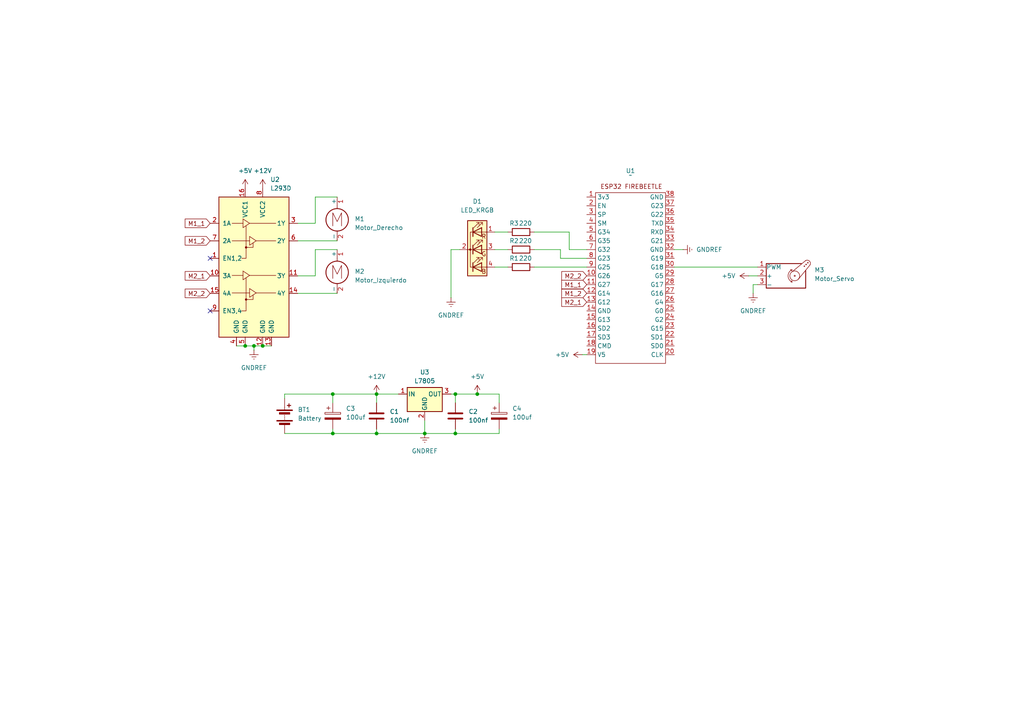
<source format=kicad_sch>
(kicad_sch
	(version 20231120)
	(generator "eeschema")
	(generator_version "8.0")
	(uuid "41984479-fe86-417b-9262-7848b0ce97ce")
	(paper "A4")
	(lib_symbols
		(symbol "Device:Battery"
			(pin_numbers hide)
			(pin_names
				(offset 0) hide)
			(exclude_from_sim no)
			(in_bom yes)
			(on_board yes)
			(property "Reference" "BT"
				(at 2.54 2.54 0)
				(effects
					(font
						(size 1.27 1.27)
					)
					(justify left)
				)
			)
			(property "Value" "Battery"
				(at 2.54 0 0)
				(effects
					(font
						(size 1.27 1.27)
					)
					(justify left)
				)
			)
			(property "Footprint" ""
				(at 0 1.524 90)
				(effects
					(font
						(size 1.27 1.27)
					)
					(hide yes)
				)
			)
			(property "Datasheet" "~"
				(at 0 1.524 90)
				(effects
					(font
						(size 1.27 1.27)
					)
					(hide yes)
				)
			)
			(property "Description" "Multiple-cell battery"
				(at 0 0 0)
				(effects
					(font
						(size 1.27 1.27)
					)
					(hide yes)
				)
			)
			(property "ki_keywords" "batt voltage-source cell"
				(at 0 0 0)
				(effects
					(font
						(size 1.27 1.27)
					)
					(hide yes)
				)
			)
			(symbol "Battery_0_1"
				(rectangle
					(start -2.286 -1.27)
					(end 2.286 -1.524)
					(stroke
						(width 0)
						(type default)
					)
					(fill
						(type outline)
					)
				)
				(rectangle
					(start -2.286 1.778)
					(end 2.286 1.524)
					(stroke
						(width 0)
						(type default)
					)
					(fill
						(type outline)
					)
				)
				(rectangle
					(start -1.524 -2.032)
					(end 1.524 -2.54)
					(stroke
						(width 0)
						(type default)
					)
					(fill
						(type outline)
					)
				)
				(rectangle
					(start -1.524 1.016)
					(end 1.524 0.508)
					(stroke
						(width 0)
						(type default)
					)
					(fill
						(type outline)
					)
				)
				(polyline
					(pts
						(xy 0 -1.016) (xy 0 -0.762)
					)
					(stroke
						(width 0)
						(type default)
					)
					(fill
						(type none)
					)
				)
				(polyline
					(pts
						(xy 0 -0.508) (xy 0 -0.254)
					)
					(stroke
						(width 0)
						(type default)
					)
					(fill
						(type none)
					)
				)
				(polyline
					(pts
						(xy 0 0) (xy 0 0.254)
					)
					(stroke
						(width 0)
						(type default)
					)
					(fill
						(type none)
					)
				)
				(polyline
					(pts
						(xy 0 1.778) (xy 0 2.54)
					)
					(stroke
						(width 0)
						(type default)
					)
					(fill
						(type none)
					)
				)
				(polyline
					(pts
						(xy 0.762 3.048) (xy 1.778 3.048)
					)
					(stroke
						(width 0.254)
						(type default)
					)
					(fill
						(type none)
					)
				)
				(polyline
					(pts
						(xy 1.27 3.556) (xy 1.27 2.54)
					)
					(stroke
						(width 0.254)
						(type default)
					)
					(fill
						(type none)
					)
				)
			)
			(symbol "Battery_1_1"
				(pin passive line
					(at 0 5.08 270)
					(length 2.54)
					(name "+"
						(effects
							(font
								(size 1.27 1.27)
							)
						)
					)
					(number "1"
						(effects
							(font
								(size 1.27 1.27)
							)
						)
					)
				)
				(pin passive line
					(at 0 -5.08 90)
					(length 2.54)
					(name "-"
						(effects
							(font
								(size 1.27 1.27)
							)
						)
					)
					(number "2"
						(effects
							(font
								(size 1.27 1.27)
							)
						)
					)
				)
			)
		)
		(symbol "Device:C"
			(pin_numbers hide)
			(pin_names
				(offset 0.254)
			)
			(exclude_from_sim no)
			(in_bom yes)
			(on_board yes)
			(property "Reference" "C"
				(at 0.635 2.54 0)
				(effects
					(font
						(size 1.27 1.27)
					)
					(justify left)
				)
			)
			(property "Value" "C"
				(at 0.635 -2.54 0)
				(effects
					(font
						(size 1.27 1.27)
					)
					(justify left)
				)
			)
			(property "Footprint" ""
				(at 0.9652 -3.81 0)
				(effects
					(font
						(size 1.27 1.27)
					)
					(hide yes)
				)
			)
			(property "Datasheet" "~"
				(at 0 0 0)
				(effects
					(font
						(size 1.27 1.27)
					)
					(hide yes)
				)
			)
			(property "Description" "Unpolarized capacitor"
				(at 0 0 0)
				(effects
					(font
						(size 1.27 1.27)
					)
					(hide yes)
				)
			)
			(property "ki_keywords" "cap capacitor"
				(at 0 0 0)
				(effects
					(font
						(size 1.27 1.27)
					)
					(hide yes)
				)
			)
			(property "ki_fp_filters" "C_*"
				(at 0 0 0)
				(effects
					(font
						(size 1.27 1.27)
					)
					(hide yes)
				)
			)
			(symbol "C_0_1"
				(polyline
					(pts
						(xy -2.032 -0.762) (xy 2.032 -0.762)
					)
					(stroke
						(width 0.508)
						(type default)
					)
					(fill
						(type none)
					)
				)
				(polyline
					(pts
						(xy -2.032 0.762) (xy 2.032 0.762)
					)
					(stroke
						(width 0.508)
						(type default)
					)
					(fill
						(type none)
					)
				)
			)
			(symbol "C_1_1"
				(pin passive line
					(at 0 3.81 270)
					(length 2.794)
					(name "~"
						(effects
							(font
								(size 1.27 1.27)
							)
						)
					)
					(number "1"
						(effects
							(font
								(size 1.27 1.27)
							)
						)
					)
				)
				(pin passive line
					(at 0 -3.81 90)
					(length 2.794)
					(name "~"
						(effects
							(font
								(size 1.27 1.27)
							)
						)
					)
					(number "2"
						(effects
							(font
								(size 1.27 1.27)
							)
						)
					)
				)
			)
		)
		(symbol "Device:C_Polarized"
			(pin_numbers hide)
			(pin_names
				(offset 0.254)
			)
			(exclude_from_sim no)
			(in_bom yes)
			(on_board yes)
			(property "Reference" "C"
				(at 0.635 2.54 0)
				(effects
					(font
						(size 1.27 1.27)
					)
					(justify left)
				)
			)
			(property "Value" "C_Polarized"
				(at 0.635 -2.54 0)
				(effects
					(font
						(size 1.27 1.27)
					)
					(justify left)
				)
			)
			(property "Footprint" ""
				(at 0.9652 -3.81 0)
				(effects
					(font
						(size 1.27 1.27)
					)
					(hide yes)
				)
			)
			(property "Datasheet" "~"
				(at 0 0 0)
				(effects
					(font
						(size 1.27 1.27)
					)
					(hide yes)
				)
			)
			(property "Description" "Polarized capacitor"
				(at 0 0 0)
				(effects
					(font
						(size 1.27 1.27)
					)
					(hide yes)
				)
			)
			(property "ki_keywords" "cap capacitor"
				(at 0 0 0)
				(effects
					(font
						(size 1.27 1.27)
					)
					(hide yes)
				)
			)
			(property "ki_fp_filters" "CP_*"
				(at 0 0 0)
				(effects
					(font
						(size 1.27 1.27)
					)
					(hide yes)
				)
			)
			(symbol "C_Polarized_0_1"
				(rectangle
					(start -2.286 0.508)
					(end 2.286 1.016)
					(stroke
						(width 0)
						(type default)
					)
					(fill
						(type none)
					)
				)
				(polyline
					(pts
						(xy -1.778 2.286) (xy -0.762 2.286)
					)
					(stroke
						(width 0)
						(type default)
					)
					(fill
						(type none)
					)
				)
				(polyline
					(pts
						(xy -1.27 2.794) (xy -1.27 1.778)
					)
					(stroke
						(width 0)
						(type default)
					)
					(fill
						(type none)
					)
				)
				(rectangle
					(start 2.286 -0.508)
					(end -2.286 -1.016)
					(stroke
						(width 0)
						(type default)
					)
					(fill
						(type outline)
					)
				)
			)
			(symbol "C_Polarized_1_1"
				(pin passive line
					(at 0 3.81 270)
					(length 2.794)
					(name "~"
						(effects
							(font
								(size 1.27 1.27)
							)
						)
					)
					(number "1"
						(effects
							(font
								(size 1.27 1.27)
							)
						)
					)
				)
				(pin passive line
					(at 0 -3.81 90)
					(length 2.794)
					(name "~"
						(effects
							(font
								(size 1.27 1.27)
							)
						)
					)
					(number "2"
						(effects
							(font
								(size 1.27 1.27)
							)
						)
					)
				)
			)
		)
		(symbol "Device:LED_KRGB"
			(pin_names
				(offset 0) hide)
			(exclude_from_sim no)
			(in_bom yes)
			(on_board yes)
			(property "Reference" "D1"
				(at 0 13.97 0)
				(effects
					(font
						(size 1.27 1.27)
					)
				)
			)
			(property "Value" "LED_KRGB"
				(at 0 11.43 0)
				(effects
					(font
						(size 1.27 1.27)
					)
				)
			)
			(property "Footprint" "LED_THT:LED_D5.0mm-4_RGB_Staggered_Pins"
				(at 0 -1.27 0)
				(effects
					(font
						(size 1.27 1.27)
					)
					(hide yes)
				)
			)
			(property "Datasheet" "~"
				(at 0 -1.27 0)
				(effects
					(font
						(size 1.27 1.27)
					)
					(hide yes)
				)
			)
			(property "Description" "RGB LED, cathode/red/green/blue"
				(at 0 0 0)
				(effects
					(font
						(size 1.27 1.27)
					)
					(hide yes)
				)
			)
			(property "ki_keywords" "LED RGB diode"
				(at 0 0 0)
				(effects
					(font
						(size 1.27 1.27)
					)
					(hide yes)
				)
			)
			(property "ki_fp_filters" "LED* LED_SMD:* LED_THT:*"
				(at 0 0 0)
				(effects
					(font
						(size 1.27 1.27)
					)
					(hide yes)
				)
			)
			(symbol "LED_KRGB_0_0"
				(text "B"
					(at 1.905 -6.35 0)
					(effects
						(font
							(size 1.27 1.27)
						)
					)
				)
				(text "G"
					(at 1.905 -1.27 0)
					(effects
						(font
							(size 1.27 1.27)
						)
					)
				)
				(text "R"
					(at 1.905 3.81 0)
					(effects
						(font
							(size 1.27 1.27)
						)
					)
				)
			)
			(symbol "LED_KRGB_0_1"
				(circle
					(center -2.032 0)
					(radius 0.254)
					(stroke
						(width 0)
						(type default)
					)
					(fill
						(type outline)
					)
				)
				(polyline
					(pts
						(xy -1.27 -5.08) (xy 1.27 -5.08)
					)
					(stroke
						(width 0)
						(type default)
					)
					(fill
						(type none)
					)
				)
				(polyline
					(pts
						(xy -1.27 -3.81) (xy -1.27 -6.35)
					)
					(stroke
						(width 0.254)
						(type default)
					)
					(fill
						(type none)
					)
				)
				(polyline
					(pts
						(xy -1.27 0) (xy -2.54 0)
					)
					(stroke
						(width 0)
						(type default)
					)
					(fill
						(type none)
					)
				)
				(polyline
					(pts
						(xy -1.27 1.27) (xy -1.27 -1.27)
					)
					(stroke
						(width 0.254)
						(type default)
					)
					(fill
						(type none)
					)
				)
				(polyline
					(pts
						(xy -1.27 5.08) (xy 1.27 5.08)
					)
					(stroke
						(width 0)
						(type default)
					)
					(fill
						(type none)
					)
				)
				(polyline
					(pts
						(xy -1.27 6.35) (xy -1.27 3.81)
					)
					(stroke
						(width 0.254)
						(type default)
					)
					(fill
						(type none)
					)
				)
				(polyline
					(pts
						(xy 1.27 -5.08) (xy 2.54 -5.08)
					)
					(stroke
						(width 0)
						(type default)
					)
					(fill
						(type none)
					)
				)
				(polyline
					(pts
						(xy 1.27 0) (xy -1.27 0)
					)
					(stroke
						(width 0)
						(type default)
					)
					(fill
						(type none)
					)
				)
				(polyline
					(pts
						(xy 1.27 0) (xy 2.54 0)
					)
					(stroke
						(width 0)
						(type default)
					)
					(fill
						(type none)
					)
				)
				(polyline
					(pts
						(xy 1.27 5.08) (xy 2.54 5.08)
					)
					(stroke
						(width 0)
						(type default)
					)
					(fill
						(type none)
					)
				)
				(polyline
					(pts
						(xy -1.27 1.27) (xy -1.27 -1.27) (xy -1.27 -1.27)
					)
					(stroke
						(width 0)
						(type default)
					)
					(fill
						(type none)
					)
				)
				(polyline
					(pts
						(xy -1.27 6.35) (xy -1.27 3.81) (xy -1.27 3.81)
					)
					(stroke
						(width 0)
						(type default)
					)
					(fill
						(type none)
					)
				)
				(polyline
					(pts
						(xy -1.27 5.08) (xy -2.032 5.08) (xy -2.032 -5.08) (xy -1.016 -5.08)
					)
					(stroke
						(width 0)
						(type default)
					)
					(fill
						(type none)
					)
				)
				(polyline
					(pts
						(xy 1.27 -3.81) (xy 1.27 -6.35) (xy -1.27 -5.08) (xy 1.27 -3.81)
					)
					(stroke
						(width 0.254)
						(type default)
					)
					(fill
						(type none)
					)
				)
				(polyline
					(pts
						(xy 1.27 1.27) (xy 1.27 -1.27) (xy -1.27 0) (xy 1.27 1.27)
					)
					(stroke
						(width 0.254)
						(type default)
					)
					(fill
						(type none)
					)
				)
				(polyline
					(pts
						(xy 1.27 6.35) (xy 1.27 3.81) (xy -1.27 5.08) (xy 1.27 6.35)
					)
					(stroke
						(width 0.254)
						(type default)
					)
					(fill
						(type none)
					)
				)
				(polyline
					(pts
						(xy -1.016 -3.81) (xy 0.508 -2.286) (xy -0.254 -2.286) (xy 0.508 -2.286) (xy 0.508 -3.048)
					)
					(stroke
						(width 0)
						(type default)
					)
					(fill
						(type none)
					)
				)
				(polyline
					(pts
						(xy -1.016 1.27) (xy 0.508 2.794) (xy -0.254 2.794) (xy 0.508 2.794) (xy 0.508 2.032)
					)
					(stroke
						(width 0)
						(type default)
					)
					(fill
						(type none)
					)
				)
				(polyline
					(pts
						(xy -1.016 6.35) (xy 0.508 7.874) (xy -0.254 7.874) (xy 0.508 7.874) (xy 0.508 7.112)
					)
					(stroke
						(width 0)
						(type default)
					)
					(fill
						(type none)
					)
				)
				(polyline
					(pts
						(xy 0 -3.81) (xy 1.524 -2.286) (xy 0.762 -2.286) (xy 1.524 -2.286) (xy 1.524 -3.048)
					)
					(stroke
						(width 0)
						(type default)
					)
					(fill
						(type none)
					)
				)
				(polyline
					(pts
						(xy 0 1.27) (xy 1.524 2.794) (xy 0.762 2.794) (xy 1.524 2.794) (xy 1.524 2.032)
					)
					(stroke
						(width 0)
						(type default)
					)
					(fill
						(type none)
					)
				)
				(polyline
					(pts
						(xy 0 6.35) (xy 1.524 7.874) (xy 0.762 7.874) (xy 1.524 7.874) (xy 1.524 7.112)
					)
					(stroke
						(width 0)
						(type default)
					)
					(fill
						(type none)
					)
				)
				(rectangle
					(start 1.27 -1.27)
					(end 1.27 1.27)
					(stroke
						(width 0)
						(type default)
					)
					(fill
						(type none)
					)
				)
				(rectangle
					(start 1.27 1.27)
					(end 1.27 1.27)
					(stroke
						(width 0)
						(type default)
					)
					(fill
						(type none)
					)
				)
				(rectangle
					(start 1.27 3.81)
					(end 1.27 6.35)
					(stroke
						(width 0)
						(type default)
					)
					(fill
						(type none)
					)
				)
				(rectangle
					(start 1.27 6.35)
					(end 1.27 6.35)
					(stroke
						(width 0)
						(type default)
					)
					(fill
						(type none)
					)
				)
				(rectangle
					(start 2.794 8.382)
					(end -2.794 -7.62)
					(stroke
						(width 0.254)
						(type default)
					)
					(fill
						(type background)
					)
				)
			)
			(symbol "LED_KRGB_1_1"
				(pin passive line
					(at 5.08 5.08 180)
					(length 2.54)
					(name "RA"
						(effects
							(font
								(size 1.27 1.27)
							)
						)
					)
					(number "1"
						(effects
							(font
								(size 1.27 1.27)
							)
						)
					)
				)
				(pin passive line
					(at -5.08 0 0)
					(length 2.54)
					(name "K"
						(effects
							(font
								(size 1.27 1.27)
							)
						)
					)
					(number "2"
						(effects
							(font
								(size 1.27 1.27)
							)
						)
					)
				)
				(pin passive line
					(at 5.08 0 180)
					(length 2.54)
					(name "GA"
						(effects
							(font
								(size 1.27 1.27)
							)
						)
					)
					(number "3"
						(effects
							(font
								(size 1.27 1.27)
							)
						)
					)
				)
				(pin passive line
					(at 5.08 -5.08 180)
					(length 2.54)
					(name "BA"
						(effects
							(font
								(size 1.27 1.27)
							)
						)
					)
					(number "4"
						(effects
							(font
								(size 1.27 1.27)
							)
						)
					)
				)
			)
		)
		(symbol "Device:R"
			(pin_numbers hide)
			(pin_names
				(offset 0)
			)
			(exclude_from_sim no)
			(in_bom yes)
			(on_board yes)
			(property "Reference" "R"
				(at 2.032 0 90)
				(effects
					(font
						(size 1.27 1.27)
					)
				)
			)
			(property "Value" "R"
				(at 0 0 90)
				(effects
					(font
						(size 1.27 1.27)
					)
				)
			)
			(property "Footprint" ""
				(at -1.778 0 90)
				(effects
					(font
						(size 1.27 1.27)
					)
					(hide yes)
				)
			)
			(property "Datasheet" "~"
				(at 0 0 0)
				(effects
					(font
						(size 1.27 1.27)
					)
					(hide yes)
				)
			)
			(property "Description" "Resistor"
				(at 0 0 0)
				(effects
					(font
						(size 1.27 1.27)
					)
					(hide yes)
				)
			)
			(property "ki_keywords" "R res resistor"
				(at 0 0 0)
				(effects
					(font
						(size 1.27 1.27)
					)
					(hide yes)
				)
			)
			(property "ki_fp_filters" "R_*"
				(at 0 0 0)
				(effects
					(font
						(size 1.27 1.27)
					)
					(hide yes)
				)
			)
			(symbol "R_0_1"
				(rectangle
					(start -1.016 -2.54)
					(end 1.016 2.54)
					(stroke
						(width 0.254)
						(type default)
					)
					(fill
						(type none)
					)
				)
			)
			(symbol "R_1_1"
				(pin passive line
					(at 0 3.81 270)
					(length 1.27)
					(name "~"
						(effects
							(font
								(size 1.27 1.27)
							)
						)
					)
					(number "1"
						(effects
							(font
								(size 1.27 1.27)
							)
						)
					)
				)
				(pin passive line
					(at 0 -3.81 90)
					(length 1.27)
					(name "~"
						(effects
							(font
								(size 1.27 1.27)
							)
						)
					)
					(number "2"
						(effects
							(font
								(size 1.27 1.27)
							)
						)
					)
				)
			)
		)
		(symbol "Driver_Motor:L293D"
			(pin_names
				(offset 1.016)
			)
			(exclude_from_sim no)
			(in_bom yes)
			(on_board yes)
			(property "Reference" "U"
				(at -5.08 26.035 0)
				(effects
					(font
						(size 1.27 1.27)
					)
					(justify right)
				)
			)
			(property "Value" "L293D"
				(at -5.08 24.13 0)
				(effects
					(font
						(size 1.27 1.27)
					)
					(justify right)
				)
			)
			(property "Footprint" "Package_DIP:DIP-16_W7.62mm"
				(at 6.35 -19.05 0)
				(effects
					(font
						(size 1.27 1.27)
					)
					(justify left)
					(hide yes)
				)
			)
			(property "Datasheet" "http://www.ti.com/lit/ds/symlink/l293.pdf"
				(at -7.62 17.78 0)
				(effects
					(font
						(size 1.27 1.27)
					)
					(hide yes)
				)
			)
			(property "Description" "Quadruple Half-H Drivers"
				(at 0 0 0)
				(effects
					(font
						(size 1.27 1.27)
					)
					(hide yes)
				)
			)
			(property "ki_keywords" "Half-H Driver Motor"
				(at 0 0 0)
				(effects
					(font
						(size 1.27 1.27)
					)
					(hide yes)
				)
			)
			(property "ki_fp_filters" "DIP*W7.62mm*"
				(at 0 0 0)
				(effects
					(font
						(size 1.27 1.27)
					)
					(hide yes)
				)
			)
			(symbol "L293D_0_1"
				(rectangle
					(start -10.16 22.86)
					(end 10.16 -17.78)
					(stroke
						(width 0.254)
						(type default)
					)
					(fill
						(type background)
					)
				)
				(circle
					(center -2.286 -6.858)
					(radius 0.254)
					(stroke
						(width 0)
						(type default)
					)
					(fill
						(type outline)
					)
				)
				(circle
					(center -2.286 8.255)
					(radius 0.254)
					(stroke
						(width 0)
						(type default)
					)
					(fill
						(type outline)
					)
				)
				(polyline
					(pts
						(xy -6.35 -4.953) (xy -1.27 -4.953)
					)
					(stroke
						(width 0)
						(type default)
					)
					(fill
						(type none)
					)
				)
				(polyline
					(pts
						(xy -6.35 0.127) (xy -3.175 0.127)
					)
					(stroke
						(width 0)
						(type default)
					)
					(fill
						(type none)
					)
				)
				(polyline
					(pts
						(xy -6.35 10.16) (xy -1.27 10.16)
					)
					(stroke
						(width 0)
						(type default)
					)
					(fill
						(type none)
					)
				)
				(polyline
					(pts
						(xy -6.35 15.24) (xy -3.175 15.24)
					)
					(stroke
						(width 0)
						(type default)
					)
					(fill
						(type none)
					)
				)
				(polyline
					(pts
						(xy -1.27 0.127) (xy 6.35 0.127)
					)
					(stroke
						(width 0)
						(type default)
					)
					(fill
						(type none)
					)
				)
				(polyline
					(pts
						(xy -1.27 15.24) (xy 6.35 15.24)
					)
					(stroke
						(width 0)
						(type default)
					)
					(fill
						(type none)
					)
				)
				(polyline
					(pts
						(xy 0.635 -4.953) (xy 6.35 -4.953)
					)
					(stroke
						(width 0)
						(type default)
					)
					(fill
						(type none)
					)
				)
				(polyline
					(pts
						(xy 0.635 10.16) (xy 6.35 10.16)
					)
					(stroke
						(width 0)
						(type default)
					)
					(fill
						(type none)
					)
				)
				(polyline
					(pts
						(xy -2.286 -6.858) (xy -0.254 -6.858) (xy -0.254 -5.588)
					)
					(stroke
						(width 0)
						(type default)
					)
					(fill
						(type none)
					)
				)
				(polyline
					(pts
						(xy -2.286 -0.635) (xy -2.286 -10.16) (xy -3.556 -10.16)
					)
					(stroke
						(width 0)
						(type default)
					)
					(fill
						(type none)
					)
				)
				(polyline
					(pts
						(xy -2.286 8.255) (xy -0.254 8.255) (xy -0.254 9.525)
					)
					(stroke
						(width 0)
						(type default)
					)
					(fill
						(type none)
					)
				)
				(polyline
					(pts
						(xy -2.286 14.478) (xy -2.286 5.08) (xy -3.556 5.08)
					)
					(stroke
						(width 0)
						(type default)
					)
					(fill
						(type none)
					)
				)
				(polyline
					(pts
						(xy -3.175 1.397) (xy -3.175 -1.143) (xy -1.27 0.127) (xy -3.175 1.397)
					)
					(stroke
						(width 0)
						(type default)
					)
					(fill
						(type none)
					)
				)
				(polyline
					(pts
						(xy -3.175 16.51) (xy -3.175 13.97) (xy -1.27 15.24) (xy -3.175 16.51)
					)
					(stroke
						(width 0)
						(type default)
					)
					(fill
						(type none)
					)
				)
				(polyline
					(pts
						(xy -1.27 -3.683) (xy -1.27 -6.223) (xy 0.635 -4.953) (xy -1.27 -3.683)
					)
					(stroke
						(width 0)
						(type default)
					)
					(fill
						(type none)
					)
				)
				(polyline
					(pts
						(xy -1.27 11.43) (xy -1.27 8.89) (xy 0.635 10.16) (xy -1.27 11.43)
					)
					(stroke
						(width 0)
						(type default)
					)
					(fill
						(type none)
					)
				)
			)
			(symbol "L293D_1_1"
				(pin input line
					(at -12.7 5.08 0)
					(length 2.54)
					(name "EN1,2"
						(effects
							(font
								(size 1.27 1.27)
							)
						)
					)
					(number "1"
						(effects
							(font
								(size 1.27 1.27)
							)
						)
					)
				)
				(pin input line
					(at -12.7 0 0)
					(length 2.54)
					(name "3A"
						(effects
							(font
								(size 1.27 1.27)
							)
						)
					)
					(number "10"
						(effects
							(font
								(size 1.27 1.27)
							)
						)
					)
				)
				(pin output line
					(at 12.7 0 180)
					(length 2.54)
					(name "3Y"
						(effects
							(font
								(size 1.27 1.27)
							)
						)
					)
					(number "11"
						(effects
							(font
								(size 1.27 1.27)
							)
						)
					)
				)
				(pin power_in line
					(at 2.54 -20.32 90)
					(length 2.54)
					(name "GND"
						(effects
							(font
								(size 1.27 1.27)
							)
						)
					)
					(number "12"
						(effects
							(font
								(size 1.27 1.27)
							)
						)
					)
				)
				(pin power_in line
					(at 5.08 -20.32 90)
					(length 2.54)
					(name "GND"
						(effects
							(font
								(size 1.27 1.27)
							)
						)
					)
					(number "13"
						(effects
							(font
								(size 1.27 1.27)
							)
						)
					)
				)
				(pin output line
					(at 12.7 -5.08 180)
					(length 2.54)
					(name "4Y"
						(effects
							(font
								(size 1.27 1.27)
							)
						)
					)
					(number "14"
						(effects
							(font
								(size 1.27 1.27)
							)
						)
					)
				)
				(pin input line
					(at -12.7 -5.08 0)
					(length 2.54)
					(name "4A"
						(effects
							(font
								(size 1.27 1.27)
							)
						)
					)
					(number "15"
						(effects
							(font
								(size 1.27 1.27)
							)
						)
					)
				)
				(pin power_in line
					(at -2.54 25.4 270)
					(length 2.54)
					(name "VCC1"
						(effects
							(font
								(size 1.27 1.27)
							)
						)
					)
					(number "16"
						(effects
							(font
								(size 1.27 1.27)
							)
						)
					)
				)
				(pin input line
					(at -12.7 15.24 0)
					(length 2.54)
					(name "1A"
						(effects
							(font
								(size 1.27 1.27)
							)
						)
					)
					(number "2"
						(effects
							(font
								(size 1.27 1.27)
							)
						)
					)
				)
				(pin output line
					(at 12.7 15.24 180)
					(length 2.54)
					(name "1Y"
						(effects
							(font
								(size 1.27 1.27)
							)
						)
					)
					(number "3"
						(effects
							(font
								(size 1.27 1.27)
							)
						)
					)
				)
				(pin power_in line
					(at -5.08 -20.32 90)
					(length 2.54)
					(name "GND"
						(effects
							(font
								(size 1.27 1.27)
							)
						)
					)
					(number "4"
						(effects
							(font
								(size 1.27 1.27)
							)
						)
					)
				)
				(pin power_in line
					(at -2.54 -20.32 90)
					(length 2.54)
					(name "GND"
						(effects
							(font
								(size 1.27 1.27)
							)
						)
					)
					(number "5"
						(effects
							(font
								(size 1.27 1.27)
							)
						)
					)
				)
				(pin output line
					(at 12.7 10.16 180)
					(length 2.54)
					(name "2Y"
						(effects
							(font
								(size 1.27 1.27)
							)
						)
					)
					(number "6"
						(effects
							(font
								(size 1.27 1.27)
							)
						)
					)
				)
				(pin input line
					(at -12.7 10.16 0)
					(length 2.54)
					(name "2A"
						(effects
							(font
								(size 1.27 1.27)
							)
						)
					)
					(number "7"
						(effects
							(font
								(size 1.27 1.27)
							)
						)
					)
				)
				(pin power_in line
					(at 2.54 25.4 270)
					(length 2.54)
					(name "VCC2"
						(effects
							(font
								(size 1.27 1.27)
							)
						)
					)
					(number "8"
						(effects
							(font
								(size 1.27 1.27)
							)
						)
					)
				)
				(pin input line
					(at -12.7 -10.16 0)
					(length 2.54)
					(name "EN3,4"
						(effects
							(font
								(size 1.27 1.27)
							)
						)
					)
					(number "9"
						(effects
							(font
								(size 1.27 1.27)
							)
						)
					)
				)
			)
		)
		(symbol "Esp32:firebeetle"
			(exclude_from_sim no)
			(in_bom yes)
			(on_board yes)
			(property "Reference" "U"
				(at 0 4.318 0)
				(effects
					(font
						(size 1.27 1.27)
					)
				)
			)
			(property "Value" ""
				(at 0 0 0)
				(effects
					(font
						(size 1.27 1.27)
					)
				)
			)
			(property "Footprint" ""
				(at 0 0 0)
				(effects
					(font
						(size 1.27 1.27)
					)
					(hide yes)
				)
			)
			(property "Datasheet" ""
				(at 0 0 0)
				(effects
					(font
						(size 1.27 1.27)
					)
					(hide yes)
				)
			)
			(property "Description" ""
				(at 0 0 0)
				(effects
					(font
						(size 1.27 1.27)
					)
					(hide yes)
				)
			)
			(symbol "firebeetle_0_1"
				(rectangle
					(start -10.16 -1.27)
					(end 10.16 -50.8)
					(stroke
						(width 0)
						(type default)
					)
					(fill
						(type none)
					)
				)
			)
			(symbol "firebeetle_1_1"
				(text "ESP32 FIREBEETLE"
					(at 0.254 0.508 0)
					(effects
						(font
							(size 1.27 1.27)
						)
					)
				)
				(pin input line
					(at -12.7 -2.54 0)
					(length 2.54)
					(name "3v3"
						(effects
							(font
								(size 1.27 1.27)
							)
						)
					)
					(number "1"
						(effects
							(font
								(size 1.27 1.27)
							)
						)
					)
				)
				(pin input line
					(at -12.7 -25.4 0)
					(length 2.54)
					(name "G26"
						(effects
							(font
								(size 1.27 1.27)
							)
						)
					)
					(number "10"
						(effects
							(font
								(size 1.27 1.27)
							)
						)
					)
				)
				(pin input line
					(at -12.7 -27.94 0)
					(length 2.54)
					(name "G27"
						(effects
							(font
								(size 1.27 1.27)
							)
						)
					)
					(number "11"
						(effects
							(font
								(size 1.27 1.27)
							)
						)
					)
				)
				(pin input line
					(at -12.7 -30.48 0)
					(length 2.54)
					(name "G14"
						(effects
							(font
								(size 1.27 1.27)
							)
						)
					)
					(number "12"
						(effects
							(font
								(size 1.27 1.27)
							)
						)
					)
				)
				(pin input line
					(at -12.7 -33.02 0)
					(length 2.54)
					(name "G12"
						(effects
							(font
								(size 1.27 1.27)
							)
						)
					)
					(number "13"
						(effects
							(font
								(size 1.27 1.27)
							)
						)
					)
				)
				(pin input line
					(at -12.7 -35.56 0)
					(length 2.54)
					(name "GND"
						(effects
							(font
								(size 1.27 1.27)
							)
						)
					)
					(number "14"
						(effects
							(font
								(size 1.27 1.27)
							)
						)
					)
				)
				(pin input line
					(at -12.7 -38.1 0)
					(length 2.54)
					(name "G13"
						(effects
							(font
								(size 1.27 1.27)
							)
						)
					)
					(number "15"
						(effects
							(font
								(size 1.27 1.27)
							)
						)
					)
				)
				(pin input line
					(at -12.7 -40.64 0)
					(length 2.54)
					(name "SD2"
						(effects
							(font
								(size 1.27 1.27)
							)
						)
					)
					(number "16"
						(effects
							(font
								(size 1.27 1.27)
							)
						)
					)
				)
				(pin input line
					(at -12.7 -43.18 0)
					(length 2.54)
					(name "SD3"
						(effects
							(font
								(size 1.27 1.27)
							)
						)
					)
					(number "17"
						(effects
							(font
								(size 1.27 1.27)
							)
						)
					)
				)
				(pin input line
					(at -12.7 -45.72 0)
					(length 2.54)
					(name "CMD"
						(effects
							(font
								(size 1.27 1.27)
							)
						)
					)
					(number "18"
						(effects
							(font
								(size 1.27 1.27)
							)
						)
					)
				)
				(pin input line
					(at -12.7 -48.26 0)
					(length 2.54)
					(name "V5"
						(effects
							(font
								(size 1.27 1.27)
							)
						)
					)
					(number "19"
						(effects
							(font
								(size 1.27 1.27)
							)
						)
					)
				)
				(pin input line
					(at -12.7 -5.08 0)
					(length 2.54)
					(name "EN"
						(effects
							(font
								(size 1.27 1.27)
							)
						)
					)
					(number "2"
						(effects
							(font
								(size 1.27 1.27)
							)
						)
					)
				)
				(pin input line
					(at 12.7 -48.26 180)
					(length 2.54)
					(name "CLK"
						(effects
							(font
								(size 1.27 1.27)
							)
						)
					)
					(number "20"
						(effects
							(font
								(size 1.27 1.27)
							)
						)
					)
				)
				(pin input line
					(at 12.7 -45.72 180)
					(length 2.54)
					(name "SD0"
						(effects
							(font
								(size 1.27 1.27)
							)
						)
					)
					(number "21"
						(effects
							(font
								(size 1.27 1.27)
							)
						)
					)
				)
				(pin input line
					(at 12.7 -43.18 180)
					(length 2.54)
					(name "SD1"
						(effects
							(font
								(size 1.27 1.27)
							)
						)
					)
					(number "22"
						(effects
							(font
								(size 1.27 1.27)
							)
						)
					)
				)
				(pin input line
					(at 12.7 -40.64 180)
					(length 2.54)
					(name "G15"
						(effects
							(font
								(size 1.27 1.27)
							)
						)
					)
					(number "23"
						(effects
							(font
								(size 1.27 1.27)
							)
						)
					)
				)
				(pin input line
					(at 12.7 -38.1 180)
					(length 2.54)
					(name "G2"
						(effects
							(font
								(size 1.27 1.27)
							)
						)
					)
					(number "24"
						(effects
							(font
								(size 1.27 1.27)
							)
						)
					)
				)
				(pin input line
					(at 12.7 -35.56 180)
					(length 2.54)
					(name "G0"
						(effects
							(font
								(size 1.27 1.27)
							)
						)
					)
					(number "25"
						(effects
							(font
								(size 1.27 1.27)
							)
						)
					)
				)
				(pin input line
					(at 12.7 -33.02 180)
					(length 2.54)
					(name "G4"
						(effects
							(font
								(size 1.27 1.27)
							)
						)
					)
					(number "26"
						(effects
							(font
								(size 1.27 1.27)
							)
						)
					)
				)
				(pin input line
					(at 12.7 -30.48 180)
					(length 2.54)
					(name "G16"
						(effects
							(font
								(size 1.27 1.27)
							)
						)
					)
					(number "27"
						(effects
							(font
								(size 1.27 1.27)
							)
						)
					)
				)
				(pin input line
					(at 12.7 -27.94 180)
					(length 2.54)
					(name "G17"
						(effects
							(font
								(size 1.27 1.27)
							)
						)
					)
					(number "28"
						(effects
							(font
								(size 1.27 1.27)
							)
						)
					)
				)
				(pin input line
					(at 12.7 -25.4 180)
					(length 2.54)
					(name "G5"
						(effects
							(font
								(size 1.27 1.27)
							)
						)
					)
					(number "29"
						(effects
							(font
								(size 1.27 1.27)
							)
						)
					)
				)
				(pin input line
					(at -12.7 -7.62 0)
					(length 2.54)
					(name "SP"
						(effects
							(font
								(size 1.27 1.27)
							)
						)
					)
					(number "3"
						(effects
							(font
								(size 1.27 1.27)
							)
						)
					)
				)
				(pin input line
					(at 12.7 -22.86 180)
					(length 2.54)
					(name "G18"
						(effects
							(font
								(size 1.27 1.27)
							)
						)
					)
					(number "30"
						(effects
							(font
								(size 1.27 1.27)
							)
						)
					)
				)
				(pin input line
					(at 12.7 -20.32 180)
					(length 2.54)
					(name "G19"
						(effects
							(font
								(size 1.27 1.27)
							)
						)
					)
					(number "31"
						(effects
							(font
								(size 1.27 1.27)
							)
						)
					)
				)
				(pin input line
					(at 12.7 -17.78 180)
					(length 2.54)
					(name "GND"
						(effects
							(font
								(size 1.27 1.27)
							)
						)
					)
					(number "32"
						(effects
							(font
								(size 1.27 1.27)
							)
						)
					)
				)
				(pin input line
					(at 12.7 -15.24 180)
					(length 2.54)
					(name "G21"
						(effects
							(font
								(size 1.27 1.27)
							)
						)
					)
					(number "33"
						(effects
							(font
								(size 1.27 1.27)
							)
						)
					)
				)
				(pin input line
					(at 12.7 -12.7 180)
					(length 2.54)
					(name "RXD"
						(effects
							(font
								(size 1.27 1.27)
							)
						)
					)
					(number "34"
						(effects
							(font
								(size 1.27 1.27)
							)
						)
					)
				)
				(pin input line
					(at 12.7 -10.16 180)
					(length 2.54)
					(name "TXD"
						(effects
							(font
								(size 1.27 1.27)
							)
						)
					)
					(number "35"
						(effects
							(font
								(size 1.27 1.27)
							)
						)
					)
				)
				(pin input line
					(at 12.7 -7.62 180)
					(length 2.54)
					(name "G22"
						(effects
							(font
								(size 1.27 1.27)
							)
						)
					)
					(number "36"
						(effects
							(font
								(size 1.27 1.27)
							)
						)
					)
				)
				(pin input line
					(at 12.7 -5.08 180)
					(length 2.54)
					(name "G23"
						(effects
							(font
								(size 1.27 1.27)
							)
						)
					)
					(number "37"
						(effects
							(font
								(size 1.27 1.27)
							)
						)
					)
				)
				(pin input line
					(at 12.7 -2.54 180)
					(length 2.54)
					(name "GND"
						(effects
							(font
								(size 1.27 1.27)
							)
						)
					)
					(number "38"
						(effects
							(font
								(size 1.27 1.27)
							)
						)
					)
				)
				(pin input line
					(at -12.7 -10.16 0)
					(length 2.54)
					(name "SM"
						(effects
							(font
								(size 1.27 1.27)
							)
						)
					)
					(number "4"
						(effects
							(font
								(size 1.27 1.27)
							)
						)
					)
				)
				(pin input line
					(at -12.7 -12.7 0)
					(length 2.54)
					(name "G34"
						(effects
							(font
								(size 1.27 1.27)
							)
						)
					)
					(number "5"
						(effects
							(font
								(size 1.27 1.27)
							)
						)
					)
				)
				(pin input line
					(at -12.7 -15.24 0)
					(length 2.54)
					(name "G35"
						(effects
							(font
								(size 1.27 1.27)
							)
						)
					)
					(number "6"
						(effects
							(font
								(size 1.27 1.27)
							)
						)
					)
				)
				(pin input line
					(at -12.7 -17.78 0)
					(length 2.54)
					(name "G32"
						(effects
							(font
								(size 1.27 1.27)
							)
						)
					)
					(number "7"
						(effects
							(font
								(size 1.27 1.27)
							)
						)
					)
				)
				(pin input line
					(at -12.7 -20.32 0)
					(length 2.54)
					(name "G23"
						(effects
							(font
								(size 1.27 1.27)
							)
						)
					)
					(number "8"
						(effects
							(font
								(size 1.27 1.27)
							)
						)
					)
				)
				(pin input line
					(at -12.7 -22.86 0)
					(length 2.54)
					(name "G25"
						(effects
							(font
								(size 1.27 1.27)
							)
						)
					)
					(number "9"
						(effects
							(font
								(size 1.27 1.27)
							)
						)
					)
				)
			)
		)
		(symbol "Motor:Motor_DC"
			(pin_names
				(offset 0)
			)
			(exclude_from_sim no)
			(in_bom yes)
			(on_board yes)
			(property "Reference" "M"
				(at 2.54 2.54 0)
				(effects
					(font
						(size 1.27 1.27)
					)
					(justify left)
				)
			)
			(property "Value" "Motor_DC"
				(at 2.54 -5.08 0)
				(effects
					(font
						(size 1.27 1.27)
					)
					(justify left top)
				)
			)
			(property "Footprint" ""
				(at 0 -2.286 0)
				(effects
					(font
						(size 1.27 1.27)
					)
					(hide yes)
				)
			)
			(property "Datasheet" "~"
				(at 0 -2.286 0)
				(effects
					(font
						(size 1.27 1.27)
					)
					(hide yes)
				)
			)
			(property "Description" "DC Motor"
				(at 0 0 0)
				(effects
					(font
						(size 1.27 1.27)
					)
					(hide yes)
				)
			)
			(property "ki_keywords" "DC Motor"
				(at 0 0 0)
				(effects
					(font
						(size 1.27 1.27)
					)
					(hide yes)
				)
			)
			(property "ki_fp_filters" "PinHeader*P2.54mm* TerminalBlock*"
				(at 0 0 0)
				(effects
					(font
						(size 1.27 1.27)
					)
					(hide yes)
				)
			)
			(symbol "Motor_DC_0_0"
				(polyline
					(pts
						(xy -1.27 -3.302) (xy -1.27 0.508) (xy 0 -2.032) (xy 1.27 0.508) (xy 1.27 -3.302)
					)
					(stroke
						(width 0)
						(type default)
					)
					(fill
						(type none)
					)
				)
			)
			(symbol "Motor_DC_0_1"
				(circle
					(center 0 -1.524)
					(radius 3.2512)
					(stroke
						(width 0.254)
						(type default)
					)
					(fill
						(type none)
					)
				)
				(polyline
					(pts
						(xy 0 -7.62) (xy 0 -7.112)
					)
					(stroke
						(width 0)
						(type default)
					)
					(fill
						(type none)
					)
				)
				(polyline
					(pts
						(xy 0 -4.7752) (xy 0 -5.1816)
					)
					(stroke
						(width 0)
						(type default)
					)
					(fill
						(type none)
					)
				)
				(polyline
					(pts
						(xy 0 1.7272) (xy 0 2.0828)
					)
					(stroke
						(width 0)
						(type default)
					)
					(fill
						(type none)
					)
				)
				(polyline
					(pts
						(xy 0 2.032) (xy 0 2.54)
					)
					(stroke
						(width 0)
						(type default)
					)
					(fill
						(type none)
					)
				)
			)
			(symbol "Motor_DC_1_1"
				(pin passive line
					(at 0 5.08 270)
					(length 2.54)
					(name "+"
						(effects
							(font
								(size 1.27 1.27)
							)
						)
					)
					(number "1"
						(effects
							(font
								(size 1.27 1.27)
							)
						)
					)
				)
				(pin passive line
					(at 0 -7.62 90)
					(length 2.54)
					(name "-"
						(effects
							(font
								(size 1.27 1.27)
							)
						)
					)
					(number "2"
						(effects
							(font
								(size 1.27 1.27)
							)
						)
					)
				)
			)
		)
		(symbol "Motor:Motor_Servo"
			(pin_names
				(offset 0.0254)
			)
			(exclude_from_sim no)
			(in_bom yes)
			(on_board yes)
			(property "Reference" "M"
				(at -5.08 4.445 0)
				(effects
					(font
						(size 1.27 1.27)
					)
					(justify left)
				)
			)
			(property "Value" "Motor_Servo"
				(at -5.08 -4.064 0)
				(effects
					(font
						(size 1.27 1.27)
					)
					(justify left top)
				)
			)
			(property "Footprint" ""
				(at 0 -4.826 0)
				(effects
					(font
						(size 1.27 1.27)
					)
					(hide yes)
				)
			)
			(property "Datasheet" "http://forums.parallax.com/uploads/attachments/46831/74481.png"
				(at 0 -4.826 0)
				(effects
					(font
						(size 1.27 1.27)
					)
					(hide yes)
				)
			)
			(property "Description" "Servo Motor (Futaba, HiTec, JR connector)"
				(at 0 0 0)
				(effects
					(font
						(size 1.27 1.27)
					)
					(hide yes)
				)
			)
			(property "ki_keywords" "Servo Motor"
				(at 0 0 0)
				(effects
					(font
						(size 1.27 1.27)
					)
					(hide yes)
				)
			)
			(property "ki_fp_filters" "PinHeader*P2.54mm*"
				(at 0 0 0)
				(effects
					(font
						(size 1.27 1.27)
					)
					(hide yes)
				)
			)
			(symbol "Motor_Servo_0_1"
				(polyline
					(pts
						(xy 2.413 -1.778) (xy 2.032 -1.778)
					)
					(stroke
						(width 0)
						(type default)
					)
					(fill
						(type none)
					)
				)
				(polyline
					(pts
						(xy 2.413 -1.778) (xy 2.286 -1.397)
					)
					(stroke
						(width 0)
						(type default)
					)
					(fill
						(type none)
					)
				)
				(polyline
					(pts
						(xy 2.413 1.778) (xy 1.905 1.778)
					)
					(stroke
						(width 0)
						(type default)
					)
					(fill
						(type none)
					)
				)
				(polyline
					(pts
						(xy 2.413 1.778) (xy 2.286 1.397)
					)
					(stroke
						(width 0)
						(type default)
					)
					(fill
						(type none)
					)
				)
				(polyline
					(pts
						(xy 6.35 4.445) (xy 2.54 1.27)
					)
					(stroke
						(width 0)
						(type default)
					)
					(fill
						(type none)
					)
				)
				(polyline
					(pts
						(xy 7.62 3.175) (xy 4.191 -1.016)
					)
					(stroke
						(width 0)
						(type default)
					)
					(fill
						(type none)
					)
				)
				(polyline
					(pts
						(xy 5.08 3.556) (xy -5.08 3.556) (xy -5.08 -3.556) (xy 6.35 -3.556) (xy 6.35 1.524)
					)
					(stroke
						(width 0.254)
						(type default)
					)
					(fill
						(type none)
					)
				)
				(arc
					(start 2.413 1.778)
					(mid 1.2406 0)
					(end 2.413 -1.778)
					(stroke
						(width 0)
						(type default)
					)
					(fill
						(type none)
					)
				)
				(circle
					(center 3.175 0)
					(radius 0.1778)
					(stroke
						(width 0)
						(type default)
					)
					(fill
						(type none)
					)
				)
				(circle
					(center 3.175 0)
					(radius 1.4224)
					(stroke
						(width 0)
						(type default)
					)
					(fill
						(type none)
					)
				)
				(circle
					(center 5.969 2.794)
					(radius 0.127)
					(stroke
						(width 0)
						(type default)
					)
					(fill
						(type none)
					)
				)
				(circle
					(center 6.477 3.302)
					(radius 0.127)
					(stroke
						(width 0)
						(type default)
					)
					(fill
						(type none)
					)
				)
				(circle
					(center 6.985 3.81)
					(radius 0.127)
					(stroke
						(width 0)
						(type default)
					)
					(fill
						(type none)
					)
				)
				(arc
					(start 7.62 3.175)
					(mid 7.4485 4.2735)
					(end 6.35 4.445)
					(stroke
						(width 0)
						(type default)
					)
					(fill
						(type none)
					)
				)
			)
			(symbol "Motor_Servo_1_1"
				(pin passive line
					(at -7.62 2.54 0)
					(length 2.54)
					(name "PWM"
						(effects
							(font
								(size 1.27 1.27)
							)
						)
					)
					(number "1"
						(effects
							(font
								(size 1.27 1.27)
							)
						)
					)
				)
				(pin passive line
					(at -7.62 0 0)
					(length 2.54)
					(name "+"
						(effects
							(font
								(size 1.27 1.27)
							)
						)
					)
					(number "2"
						(effects
							(font
								(size 1.27 1.27)
							)
						)
					)
				)
				(pin passive line
					(at -7.62 -2.54 0)
					(length 2.54)
					(name "-"
						(effects
							(font
								(size 1.27 1.27)
							)
						)
					)
					(number "3"
						(effects
							(font
								(size 1.27 1.27)
							)
						)
					)
				)
			)
		)
		(symbol "Regulator_Linear:L7805"
			(pin_names
				(offset 0.254)
			)
			(exclude_from_sim no)
			(in_bom yes)
			(on_board yes)
			(property "Reference" "U"
				(at -3.81 3.175 0)
				(effects
					(font
						(size 1.27 1.27)
					)
				)
			)
			(property "Value" "L7805"
				(at 0 3.175 0)
				(effects
					(font
						(size 1.27 1.27)
					)
					(justify left)
				)
			)
			(property "Footprint" ""
				(at 0.635 -3.81 0)
				(effects
					(font
						(size 1.27 1.27)
						(italic yes)
					)
					(justify left)
					(hide yes)
				)
			)
			(property "Datasheet" "http://www.st.com/content/ccc/resource/technical/document/datasheet/41/4f/b3/b0/12/d4/47/88/CD00000444.pdf/files/CD00000444.pdf/jcr:content/translations/en.CD00000444.pdf"
				(at 0 -1.27 0)
				(effects
					(font
						(size 1.27 1.27)
					)
					(hide yes)
				)
			)
			(property "Description" "Positive 1.5A 35V Linear Regulator, Fixed Output 5V, TO-220/TO-263/TO-252"
				(at 0 0 0)
				(effects
					(font
						(size 1.27 1.27)
					)
					(hide yes)
				)
			)
			(property "ki_keywords" "Voltage Regulator 1.5A Positive"
				(at 0 0 0)
				(effects
					(font
						(size 1.27 1.27)
					)
					(hide yes)
				)
			)
			(property "ki_fp_filters" "TO?252* TO?263* TO?220*"
				(at 0 0 0)
				(effects
					(font
						(size 1.27 1.27)
					)
					(hide yes)
				)
			)
			(symbol "L7805_0_1"
				(rectangle
					(start -5.08 1.905)
					(end 5.08 -5.08)
					(stroke
						(width 0.254)
						(type default)
					)
					(fill
						(type background)
					)
				)
			)
			(symbol "L7805_1_1"
				(pin power_in line
					(at -7.62 0 0)
					(length 2.54)
					(name "IN"
						(effects
							(font
								(size 1.27 1.27)
							)
						)
					)
					(number "1"
						(effects
							(font
								(size 1.27 1.27)
							)
						)
					)
				)
				(pin power_in line
					(at 0 -7.62 90)
					(length 2.54)
					(name "GND"
						(effects
							(font
								(size 1.27 1.27)
							)
						)
					)
					(number "2"
						(effects
							(font
								(size 1.27 1.27)
							)
						)
					)
				)
				(pin power_out line
					(at 7.62 0 180)
					(length 2.54)
					(name "OUT"
						(effects
							(font
								(size 1.27 1.27)
							)
						)
					)
					(number "3"
						(effects
							(font
								(size 1.27 1.27)
							)
						)
					)
				)
			)
		)
		(symbol "power:+12V"
			(power)
			(pin_numbers hide)
			(pin_names
				(offset 0) hide)
			(exclude_from_sim no)
			(in_bom yes)
			(on_board yes)
			(property "Reference" "#PWR"
				(at 0 -3.81 0)
				(effects
					(font
						(size 1.27 1.27)
					)
					(hide yes)
				)
			)
			(property "Value" "+12V"
				(at 0 3.556 0)
				(effects
					(font
						(size 1.27 1.27)
					)
				)
			)
			(property "Footprint" ""
				(at 0 0 0)
				(effects
					(font
						(size 1.27 1.27)
					)
					(hide yes)
				)
			)
			(property "Datasheet" ""
				(at 0 0 0)
				(effects
					(font
						(size 1.27 1.27)
					)
					(hide yes)
				)
			)
			(property "Description" "Power symbol creates a global label with name \"+12V\""
				(at 0 0 0)
				(effects
					(font
						(size 1.27 1.27)
					)
					(hide yes)
				)
			)
			(property "ki_keywords" "global power"
				(at 0 0 0)
				(effects
					(font
						(size 1.27 1.27)
					)
					(hide yes)
				)
			)
			(symbol "+12V_0_1"
				(polyline
					(pts
						(xy -0.762 1.27) (xy 0 2.54)
					)
					(stroke
						(width 0)
						(type default)
					)
					(fill
						(type none)
					)
				)
				(polyline
					(pts
						(xy 0 0) (xy 0 2.54)
					)
					(stroke
						(width 0)
						(type default)
					)
					(fill
						(type none)
					)
				)
				(polyline
					(pts
						(xy 0 2.54) (xy 0.762 1.27)
					)
					(stroke
						(width 0)
						(type default)
					)
					(fill
						(type none)
					)
				)
			)
			(symbol "+12V_1_1"
				(pin power_in line
					(at 0 0 90)
					(length 0)
					(name "~"
						(effects
							(font
								(size 1.27 1.27)
							)
						)
					)
					(number "1"
						(effects
							(font
								(size 1.27 1.27)
							)
						)
					)
				)
			)
		)
		(symbol "power:+5V"
			(power)
			(pin_numbers hide)
			(pin_names
				(offset 0) hide)
			(exclude_from_sim no)
			(in_bom yes)
			(on_board yes)
			(property "Reference" "#PWR"
				(at 0 -3.81 0)
				(effects
					(font
						(size 1.27 1.27)
					)
					(hide yes)
				)
			)
			(property "Value" "+5V"
				(at 0 3.556 0)
				(effects
					(font
						(size 1.27 1.27)
					)
				)
			)
			(property "Footprint" ""
				(at 0 0 0)
				(effects
					(font
						(size 1.27 1.27)
					)
					(hide yes)
				)
			)
			(property "Datasheet" ""
				(at 0 0 0)
				(effects
					(font
						(size 1.27 1.27)
					)
					(hide yes)
				)
			)
			(property "Description" "Power symbol creates a global label with name \"+5V\""
				(at 0 0 0)
				(effects
					(font
						(size 1.27 1.27)
					)
					(hide yes)
				)
			)
			(property "ki_keywords" "global power"
				(at 0 0 0)
				(effects
					(font
						(size 1.27 1.27)
					)
					(hide yes)
				)
			)
			(symbol "+5V_0_1"
				(polyline
					(pts
						(xy -0.762 1.27) (xy 0 2.54)
					)
					(stroke
						(width 0)
						(type default)
					)
					(fill
						(type none)
					)
				)
				(polyline
					(pts
						(xy 0 0) (xy 0 2.54)
					)
					(stroke
						(width 0)
						(type default)
					)
					(fill
						(type none)
					)
				)
				(polyline
					(pts
						(xy 0 2.54) (xy 0.762 1.27)
					)
					(stroke
						(width 0)
						(type default)
					)
					(fill
						(type none)
					)
				)
			)
			(symbol "+5V_1_1"
				(pin power_in line
					(at 0 0 90)
					(length 0)
					(name "~"
						(effects
							(font
								(size 1.27 1.27)
							)
						)
					)
					(number "1"
						(effects
							(font
								(size 1.27 1.27)
							)
						)
					)
				)
			)
		)
		(symbol "power:GNDREF"
			(power)
			(pin_numbers hide)
			(pin_names
				(offset 0) hide)
			(exclude_from_sim no)
			(in_bom yes)
			(on_board yes)
			(property "Reference" "#PWR"
				(at 0 -6.35 0)
				(effects
					(font
						(size 1.27 1.27)
					)
					(hide yes)
				)
			)
			(property "Value" "GNDREF"
				(at 0 -3.81 0)
				(effects
					(font
						(size 1.27 1.27)
					)
				)
			)
			(property "Footprint" ""
				(at 0 0 0)
				(effects
					(font
						(size 1.27 1.27)
					)
					(hide yes)
				)
			)
			(property "Datasheet" ""
				(at 0 0 0)
				(effects
					(font
						(size 1.27 1.27)
					)
					(hide yes)
				)
			)
			(property "Description" "Power symbol creates a global label with name \"GNDREF\" , reference supply ground"
				(at 0 0 0)
				(effects
					(font
						(size 1.27 1.27)
					)
					(hide yes)
				)
			)
			(property "ki_keywords" "global power"
				(at 0 0 0)
				(effects
					(font
						(size 1.27 1.27)
					)
					(hide yes)
				)
			)
			(symbol "GNDREF_0_1"
				(polyline
					(pts
						(xy -0.635 -1.905) (xy 0.635 -1.905)
					)
					(stroke
						(width 0)
						(type default)
					)
					(fill
						(type none)
					)
				)
				(polyline
					(pts
						(xy -0.127 -2.54) (xy 0.127 -2.54)
					)
					(stroke
						(width 0)
						(type default)
					)
					(fill
						(type none)
					)
				)
				(polyline
					(pts
						(xy 0 -1.27) (xy 0 0)
					)
					(stroke
						(width 0)
						(type default)
					)
					(fill
						(type none)
					)
				)
				(polyline
					(pts
						(xy 1.27 -1.27) (xy -1.27 -1.27)
					)
					(stroke
						(width 0)
						(type default)
					)
					(fill
						(type none)
					)
				)
			)
			(symbol "GNDREF_1_1"
				(pin power_in line
					(at 0 0 270)
					(length 0)
					(name "~"
						(effects
							(font
								(size 1.27 1.27)
							)
						)
					)
					(number "1"
						(effects
							(font
								(size 1.27 1.27)
							)
						)
					)
				)
			)
		)
	)
	(junction
		(at 132.08 125.73)
		(diameter 0)
		(color 0 0 0 0)
		(uuid "068e8225-c054-49d8-98c3-afcb60d0fd02")
	)
	(junction
		(at 109.22 125.73)
		(diameter 0)
		(color 0 0 0 0)
		(uuid "44bb2ae3-32d8-41f4-a76d-c02c692bb2d9")
	)
	(junction
		(at 109.22 114.3)
		(diameter 0)
		(color 0 0 0 0)
		(uuid "657980ac-e259-4304-b82f-e7148c2b642f")
	)
	(junction
		(at 76.2 100.33)
		(diameter 0)
		(color 0 0 0 0)
		(uuid "77d19c3c-cf68-417d-9075-26eff48c60b3")
	)
	(junction
		(at 71.12 100.33)
		(diameter 0)
		(color 0 0 0 0)
		(uuid "78a0af0f-abef-441f-ab6e-5ba9c5f72687")
	)
	(junction
		(at 96.52 125.73)
		(diameter 0)
		(color 0 0 0 0)
		(uuid "7ecfe206-133e-4ecd-90fb-1919d361f770")
	)
	(junction
		(at 132.08 114.3)
		(diameter 0)
		(color 0 0 0 0)
		(uuid "8fc54621-aceb-4a54-b9e1-58105ba4f9c7")
	)
	(junction
		(at 96.52 114.3)
		(diameter 0)
		(color 0 0 0 0)
		(uuid "9fdd22bf-04a4-43f7-ada9-92d8f79da2ac")
	)
	(junction
		(at 73.66 100.33)
		(diameter 0)
		(color 0 0 0 0)
		(uuid "a251b439-2f6d-44cb-b2f5-ccf86cf16bcc")
	)
	(junction
		(at 123.19 125.73)
		(diameter 0)
		(color 0 0 0 0)
		(uuid "a4acffcb-0775-4bd3-850d-eb1b29722c47")
	)
	(junction
		(at 138.43 114.3)
		(diameter 0)
		(color 0 0 0 0)
		(uuid "affc84ce-18bd-453f-ac84-1d713c867ef6")
	)
	(no_connect
		(at 60.96 74.93)
		(uuid "274acc07-314b-45da-958c-5fd23e82fe00")
	)
	(no_connect
		(at 60.96 90.17)
		(uuid "8dac3872-dec0-446d-ac41-6636f050d982")
	)
	(wire
		(pts
			(xy 132.08 124.46) (xy 132.08 125.73)
		)
		(stroke
			(width 0)
			(type default)
		)
		(uuid "00c2a6ba-1824-40fe-9eb3-1d2d30139154")
	)
	(wire
		(pts
			(xy 96.52 114.3) (xy 109.22 114.3)
		)
		(stroke
			(width 0)
			(type default)
		)
		(uuid "1a495d85-ccde-4a6d-a546-8dfc6952854f")
	)
	(wire
		(pts
			(xy 130.81 72.39) (xy 130.81 86.36)
		)
		(stroke
			(width 0)
			(type default)
		)
		(uuid "1af04366-7e83-4a9a-b6af-756312c1df9c")
	)
	(wire
		(pts
			(xy 130.81 114.3) (xy 132.08 114.3)
		)
		(stroke
			(width 0)
			(type default)
		)
		(uuid "1dc8eacc-a512-487e-95af-d6aabe681b92")
	)
	(wire
		(pts
			(xy 218.44 82.55) (xy 218.44 85.09)
		)
		(stroke
			(width 0)
			(type default)
		)
		(uuid "209e4c80-beca-4bc5-9ff9-a98da891a815")
	)
	(wire
		(pts
			(xy 143.51 67.31) (xy 147.32 67.31)
		)
		(stroke
			(width 0)
			(type default)
		)
		(uuid "264ca871-82e6-4a98-bfe9-9e94028a0b14")
	)
	(wire
		(pts
			(xy 219.71 82.55) (xy 218.44 82.55)
		)
		(stroke
			(width 0)
			(type default)
		)
		(uuid "28ab0ce1-5b0a-4eed-909d-a3b3c15a5f9b")
	)
	(wire
		(pts
			(xy 154.94 67.31) (xy 165.1 67.31)
		)
		(stroke
			(width 0)
			(type default)
		)
		(uuid "28d47d4b-073f-4b0c-bacf-893078268448")
	)
	(wire
		(pts
			(xy 82.55 115.57) (xy 82.55 114.3)
		)
		(stroke
			(width 0)
			(type default)
		)
		(uuid "296d2a9e-1437-41e3-8c5c-29f4b73ea595")
	)
	(wire
		(pts
			(xy 138.43 114.3) (xy 144.78 114.3)
		)
		(stroke
			(width 0)
			(type default)
		)
		(uuid "30748b83-9d98-49e5-afac-218abf4cd593")
	)
	(wire
		(pts
			(xy 154.94 77.47) (xy 170.18 77.47)
		)
		(stroke
			(width 0)
			(type default)
		)
		(uuid "30ad2c8d-7e78-4e67-b808-e3889aa5ad4d")
	)
	(wire
		(pts
			(xy 109.22 124.46) (xy 109.22 125.73)
		)
		(stroke
			(width 0)
			(type default)
		)
		(uuid "320363aa-52d3-4539-b6b4-d8b925122c12")
	)
	(wire
		(pts
			(xy 168.91 102.87) (xy 170.18 102.87)
		)
		(stroke
			(width 0)
			(type default)
		)
		(uuid "34bdb047-29f0-4835-a1c7-549ccc10cf1e")
	)
	(wire
		(pts
			(xy 123.19 121.92) (xy 123.19 125.73)
		)
		(stroke
			(width 0)
			(type default)
		)
		(uuid "34c84c24-b0ca-4e85-953f-8f46e970adc3")
	)
	(wire
		(pts
			(xy 123.19 125.73) (xy 132.08 125.73)
		)
		(stroke
			(width 0)
			(type default)
		)
		(uuid "34d6c784-b842-4ccc-a7ad-b338e83041cf")
	)
	(wire
		(pts
			(xy 91.44 64.77) (xy 91.44 57.15)
		)
		(stroke
			(width 0)
			(type default)
		)
		(uuid "3509ec2a-78de-4706-8dd6-9d7ab45101b4")
	)
	(wire
		(pts
			(xy 144.78 116.84) (xy 144.78 114.3)
		)
		(stroke
			(width 0)
			(type default)
		)
		(uuid "368fbb3c-25bb-43b9-8abf-71b86cd711a1")
	)
	(wire
		(pts
			(xy 68.58 100.33) (xy 71.12 100.33)
		)
		(stroke
			(width 0)
			(type default)
		)
		(uuid "3d9eac45-3535-4c52-b995-e3427db3e8e4")
	)
	(wire
		(pts
			(xy 170.18 74.93) (xy 162.56 74.93)
		)
		(stroke
			(width 0)
			(type default)
		)
		(uuid "4466663f-6fda-4dab-8a25-b68120f05078")
	)
	(wire
		(pts
			(xy 133.35 72.39) (xy 130.81 72.39)
		)
		(stroke
			(width 0)
			(type default)
		)
		(uuid "461044b3-a535-439b-b281-e1edfc5630a7")
	)
	(wire
		(pts
			(xy 73.66 100.33) (xy 76.2 100.33)
		)
		(stroke
			(width 0)
			(type default)
		)
		(uuid "49fe6137-baae-440e-b0bb-1dc37a86e1cf")
	)
	(wire
		(pts
			(xy 132.08 125.73) (xy 144.78 125.73)
		)
		(stroke
			(width 0)
			(type default)
		)
		(uuid "510ead7c-7170-4e7e-a66c-1833e5a7cc4e")
	)
	(wire
		(pts
			(xy 143.51 77.47) (xy 147.32 77.47)
		)
		(stroke
			(width 0)
			(type default)
		)
		(uuid "5a2a8f78-e0de-4516-ad94-99c07e88b687")
	)
	(wire
		(pts
			(xy 86.36 69.85) (xy 97.79 69.85)
		)
		(stroke
			(width 0)
			(type default)
		)
		(uuid "5d50a1f5-9146-41af-a02c-1652e582d234")
	)
	(wire
		(pts
			(xy 82.55 114.3) (xy 96.52 114.3)
		)
		(stroke
			(width 0)
			(type default)
		)
		(uuid "5fbe1c33-b173-4396-a6c2-836f6019c39b")
	)
	(wire
		(pts
			(xy 195.58 72.39) (xy 198.12 72.39)
		)
		(stroke
			(width 0)
			(type default)
		)
		(uuid "61b3eccc-8bc4-4e02-a9d0-b8fdb1badc52")
	)
	(wire
		(pts
			(xy 73.66 101.6) (xy 73.66 100.33)
		)
		(stroke
			(width 0)
			(type default)
		)
		(uuid "6413b2df-acf7-4c13-8097-41c6409706ed")
	)
	(wire
		(pts
			(xy 76.2 100.33) (xy 78.74 100.33)
		)
		(stroke
			(width 0)
			(type default)
		)
		(uuid "6e776fff-64d1-4fbb-9ddd-4d3821dafb59")
	)
	(wire
		(pts
			(xy 217.17 80.01) (xy 219.71 80.01)
		)
		(stroke
			(width 0)
			(type default)
		)
		(uuid "74f49042-5be6-4690-af51-46c56e6f0cde")
	)
	(wire
		(pts
			(xy 91.44 72.39) (xy 91.44 80.01)
		)
		(stroke
			(width 0)
			(type default)
		)
		(uuid "7950a827-1282-4823-bbbb-44d16d5f0132")
	)
	(wire
		(pts
			(xy 86.36 64.77) (xy 91.44 64.77)
		)
		(stroke
			(width 0)
			(type default)
		)
		(uuid "7c5a6668-e79b-41a8-a79b-8187a31a50aa")
	)
	(wire
		(pts
			(xy 91.44 57.15) (xy 97.79 57.15)
		)
		(stroke
			(width 0)
			(type default)
		)
		(uuid "8cc0adc9-f794-4dae-bbbf-32b1525a4e6b")
	)
	(wire
		(pts
			(xy 109.22 114.3) (xy 115.57 114.3)
		)
		(stroke
			(width 0)
			(type default)
		)
		(uuid "8d1b8e2a-5569-45c7-90d8-d10f0bb3a749")
	)
	(wire
		(pts
			(xy 195.58 77.47) (xy 219.71 77.47)
		)
		(stroke
			(width 0)
			(type default)
		)
		(uuid "8fab9aeb-82ef-48cf-b2f7-c77e382616d9")
	)
	(wire
		(pts
			(xy 143.51 72.39) (xy 147.32 72.39)
		)
		(stroke
			(width 0)
			(type default)
		)
		(uuid "9a6032df-bb97-49e3-8c9d-880da28cf507")
	)
	(wire
		(pts
			(xy 97.79 72.39) (xy 91.44 72.39)
		)
		(stroke
			(width 0)
			(type default)
		)
		(uuid "9bd0d4e1-bc20-481b-ab2f-f3b28b0b1da8")
	)
	(wire
		(pts
			(xy 165.1 72.39) (xy 165.1 67.31)
		)
		(stroke
			(width 0)
			(type default)
		)
		(uuid "a0668715-72c4-4172-bcbb-93ea5d275b2c")
	)
	(wire
		(pts
			(xy 170.18 72.39) (xy 165.1 72.39)
		)
		(stroke
			(width 0)
			(type default)
		)
		(uuid "a5b4cea8-0f1f-4ed8-a7c3-2697f924e4a1")
	)
	(wire
		(pts
			(xy 154.94 72.39) (xy 162.56 72.39)
		)
		(stroke
			(width 0)
			(type default)
		)
		(uuid "b09e0a8a-8b7d-4cfa-8bdb-57c02f619cae")
	)
	(wire
		(pts
			(xy 109.22 125.73) (xy 123.19 125.73)
		)
		(stroke
			(width 0)
			(type default)
		)
		(uuid "b9db9b94-e1df-4e06-8d39-30b1aa004e8b")
	)
	(wire
		(pts
			(xy 162.56 74.93) (xy 162.56 72.39)
		)
		(stroke
			(width 0)
			(type default)
		)
		(uuid "beabbfd8-b8d8-419d-9feb-2dd97ec9db45")
	)
	(wire
		(pts
			(xy 132.08 114.3) (xy 132.08 116.84)
		)
		(stroke
			(width 0)
			(type default)
		)
		(uuid "c03476ac-b25b-4be2-a960-39596cfd4d86")
	)
	(wire
		(pts
			(xy 109.22 116.84) (xy 109.22 114.3)
		)
		(stroke
			(width 0)
			(type default)
		)
		(uuid "c489f175-7769-4cb3-ab50-4bb66bb62484")
	)
	(wire
		(pts
			(xy 96.52 124.46) (xy 96.52 125.73)
		)
		(stroke
			(width 0)
			(type default)
		)
		(uuid "c7546d98-e820-4cda-b280-9531197251c8")
	)
	(wire
		(pts
			(xy 96.52 125.73) (xy 109.22 125.73)
		)
		(stroke
			(width 0)
			(type default)
		)
		(uuid "d2a91c62-35b3-496d-989b-0b7fd9fe53be")
	)
	(wire
		(pts
			(xy 144.78 125.73) (xy 144.78 124.46)
		)
		(stroke
			(width 0)
			(type default)
		)
		(uuid "e05d9685-d5c1-4ca7-a32f-519ed11dd578")
	)
	(wire
		(pts
			(xy 82.55 125.73) (xy 96.52 125.73)
		)
		(stroke
			(width 0)
			(type default)
		)
		(uuid "e3c2843f-b60a-477b-bf52-364b9c2b54c9")
	)
	(wire
		(pts
			(xy 97.79 85.09) (xy 86.36 85.09)
		)
		(stroke
			(width 0)
			(type default)
		)
		(uuid "f189b12f-977e-441e-a2f3-c9ffb73220c3")
	)
	(wire
		(pts
			(xy 96.52 116.84) (xy 96.52 114.3)
		)
		(stroke
			(width 0)
			(type default)
		)
		(uuid "f1b4d183-8643-4be2-b3d0-f154e9f1a4f3")
	)
	(wire
		(pts
			(xy 91.44 80.01) (xy 86.36 80.01)
		)
		(stroke
			(width 0)
			(type default)
		)
		(uuid "f6c32da6-3f1c-493d-b6de-9c040183b6e4")
	)
	(wire
		(pts
			(xy 71.12 100.33) (xy 73.66 100.33)
		)
		(stroke
			(width 0)
			(type default)
		)
		(uuid "fe429ac5-8eb0-4907-a0ce-e3c9cb2296a7")
	)
	(wire
		(pts
			(xy 132.08 114.3) (xy 138.43 114.3)
		)
		(stroke
			(width 0)
			(type default)
		)
		(uuid "fef68ec0-812b-4363-8733-28cff8a407cb")
	)
	(global_label "M1_2"
		(shape input)
		(at 60.96 69.85 180)
		(fields_autoplaced yes)
		(effects
			(font
				(size 1.27 1.27)
			)
			(justify right)
		)
		(uuid "04381f3f-d4bf-445d-80e1-2cb79b5105d5")
		(property "Intersheetrefs" "${INTERSHEET_REFS}"
			(at 53.1368 69.85 0)
			(effects
				(font
					(size 1.27 1.27)
				)
				(justify right)
				(hide yes)
			)
		)
	)
	(global_label "M2_1"
		(shape input)
		(at 60.96 80.01 180)
		(fields_autoplaced yes)
		(effects
			(font
				(size 1.27 1.27)
			)
			(justify right)
		)
		(uuid "2a656e9c-faeb-453e-96ec-365264e7ca8e")
		(property "Intersheetrefs" "${INTERSHEET_REFS}"
			(at 53.1368 80.01 0)
			(effects
				(font
					(size 1.27 1.27)
				)
				(justify right)
				(hide yes)
			)
		)
	)
	(global_label "M2_2"
		(shape input)
		(at 170.18 80.01 180)
		(fields_autoplaced yes)
		(effects
			(font
				(size 1.27 1.27)
			)
			(justify right)
		)
		(uuid "2d45d413-3c3a-4248-ba03-b04d8d7e21a4")
		(property "Intersheetrefs" "${INTERSHEET_REFS}"
			(at 162.3568 80.01 0)
			(effects
				(font
					(size 1.27 1.27)
				)
				(justify right)
				(hide yes)
			)
		)
	)
	(global_label "M1_2"
		(shape input)
		(at 170.18 85.09 180)
		(fields_autoplaced yes)
		(effects
			(font
				(size 1.27 1.27)
			)
			(justify right)
		)
		(uuid "6f349532-268e-4899-936b-ebaf9ea71959")
		(property "Intersheetrefs" "${INTERSHEET_REFS}"
			(at 162.3568 85.09 0)
			(effects
				(font
					(size 1.27 1.27)
				)
				(justify right)
				(hide yes)
			)
		)
	)
	(global_label "M1_1"
		(shape input)
		(at 170.18 82.55 180)
		(fields_autoplaced yes)
		(effects
			(font
				(size 1.27 1.27)
			)
			(justify right)
		)
		(uuid "80772f3b-28c3-475d-b8a0-bc23f1a06081")
		(property "Intersheetrefs" "${INTERSHEET_REFS}"
			(at 162.3568 82.55 0)
			(effects
				(font
					(size 1.27 1.27)
				)
				(justify right)
				(hide yes)
			)
		)
	)
	(global_label "M1_1"
		(shape input)
		(at 60.96 64.77 180)
		(fields_autoplaced yes)
		(effects
			(font
				(size 1.27 1.27)
			)
			(justify right)
		)
		(uuid "c703ab78-71f0-4e55-9e01-3da7a8aa658b")
		(property "Intersheetrefs" "${INTERSHEET_REFS}"
			(at 53.1368 64.77 0)
			(effects
				(font
					(size 1.27 1.27)
				)
				(justify right)
				(hide yes)
			)
		)
	)
	(global_label "M2_2"
		(shape input)
		(at 60.96 85.09 180)
		(fields_autoplaced yes)
		(effects
			(font
				(size 1.27 1.27)
			)
			(justify right)
		)
		(uuid "f4369046-961b-4833-9cad-4db28944b14a")
		(property "Intersheetrefs" "${INTERSHEET_REFS}"
			(at 53.1368 85.09 0)
			(effects
				(font
					(size 1.27 1.27)
				)
				(justify right)
				(hide yes)
			)
		)
	)
	(global_label "M2_1"
		(shape input)
		(at 170.18 87.63 180)
		(fields_autoplaced yes)
		(effects
			(font
				(size 1.27 1.27)
			)
			(justify right)
		)
		(uuid "f80f3c26-9c09-4bf2-8661-7aa608fb9601")
		(property "Intersheetrefs" "${INTERSHEET_REFS}"
			(at 162.3568 87.63 0)
			(effects
				(font
					(size 1.27 1.27)
				)
				(justify right)
				(hide yes)
			)
		)
	)
	(symbol
		(lib_id "Device:C")
		(at 132.08 120.65 0)
		(unit 1)
		(exclude_from_sim no)
		(in_bom yes)
		(on_board yes)
		(dnp no)
		(fields_autoplaced yes)
		(uuid "049e37ae-fa08-4ca3-b55b-7e8c89fad2a2")
		(property "Reference" "C2"
			(at 135.89 119.3799 0)
			(effects
				(font
					(size 1.27 1.27)
				)
				(justify left)
			)
		)
		(property "Value" "100nf"
			(at 135.89 121.9199 0)
			(effects
				(font
					(size 1.27 1.27)
				)
				(justify left)
			)
		)
		(property "Footprint" "Capacitor_THT:C_Disc_D5.0mm_W2.5mm_P5.00mm"
			(at 133.0452 124.46 0)
			(effects
				(font
					(size 1.27 1.27)
				)
				(hide yes)
			)
		)
		(property "Datasheet" "~"
			(at 132.08 120.65 0)
			(effects
				(font
					(size 1.27 1.27)
				)
				(hide yes)
			)
		)
		(property "Description" "Unpolarized capacitor"
			(at 132.08 120.65 0)
			(effects
				(font
					(size 1.27 1.27)
				)
				(hide yes)
			)
		)
		(pin "2"
			(uuid "1272f8b8-6649-4e20-8d89-ba3efe6a1a02")
		)
		(pin "1"
			(uuid "bd86ca44-c197-4057-93e7-34387956c1cb")
		)
		(instances
			(project "Auto_Embebidos"
				(path "/41984479-fe86-417b-9262-7848b0ce97ce"
					(reference "C2")
					(unit 1)
				)
			)
		)
	)
	(symbol
		(lib_id "power:+12V")
		(at 76.2 54.61 0)
		(unit 1)
		(exclude_from_sim no)
		(in_bom yes)
		(on_board yes)
		(dnp no)
		(fields_autoplaced yes)
		(uuid "0976f315-c596-4843-8b5f-16cfe54afb60")
		(property "Reference" "#PWR010"
			(at 76.2 58.42 0)
			(effects
				(font
					(size 1.27 1.27)
				)
				(hide yes)
			)
		)
		(property "Value" "+12V"
			(at 76.2 49.53 0)
			(effects
				(font
					(size 1.27 1.27)
				)
			)
		)
		(property "Footprint" ""
			(at 76.2 54.61 0)
			(effects
				(font
					(size 1.27 1.27)
				)
				(hide yes)
			)
		)
		(property "Datasheet" ""
			(at 76.2 54.61 0)
			(effects
				(font
					(size 1.27 1.27)
				)
				(hide yes)
			)
		)
		(property "Description" "Power symbol creates a global label with name \"+12V\""
			(at 76.2 54.61 0)
			(effects
				(font
					(size 1.27 1.27)
				)
				(hide yes)
			)
		)
		(pin "1"
			(uuid "91b2d831-8c84-4138-97fb-9a9959616fb9")
		)
		(instances
			(project "Auto_Embebidos"
				(path "/41984479-fe86-417b-9262-7848b0ce97ce"
					(reference "#PWR010")
					(unit 1)
				)
			)
		)
	)
	(symbol
		(lib_id "Device:R")
		(at 151.13 67.31 90)
		(unit 1)
		(exclude_from_sim no)
		(in_bom yes)
		(on_board yes)
		(dnp no)
		(uuid "135a564c-219f-4674-a790-9b20bc243501")
		(property "Reference" "R3"
			(at 149.098 64.77 90)
			(effects
				(font
					(size 1.27 1.27)
				)
			)
		)
		(property "Value" "220"
			(at 152.4 64.77 90)
			(effects
				(font
					(size 1.27 1.27)
				)
			)
		)
		(property "Footprint" "Resistor_THT:R_Axial_DIN0204_L3.6mm_D1.6mm_P7.62mm_Horizontal"
			(at 151.13 69.088 90)
			(effects
				(font
					(size 1.27 1.27)
				)
				(hide yes)
			)
		)
		(property "Datasheet" "~"
			(at 151.13 67.31 0)
			(effects
				(font
					(size 1.27 1.27)
				)
				(hide yes)
			)
		)
		(property "Description" "Resistor"
			(at 151.13 67.31 0)
			(effects
				(font
					(size 1.27 1.27)
				)
				(hide yes)
			)
		)
		(pin "2"
			(uuid "f82051f0-eb64-4d82-a19f-97b5c9369bcc")
		)
		(pin "1"
			(uuid "554b06f5-66bc-492a-9e80-11bb60d3f2dc")
		)
		(instances
			(project "Auto_Embebidos"
				(path "/41984479-fe86-417b-9262-7848b0ce97ce"
					(reference "R3")
					(unit 1)
				)
			)
		)
	)
	(symbol
		(lib_id "power:+12V")
		(at 109.22 114.3 0)
		(unit 1)
		(exclude_from_sim no)
		(in_bom yes)
		(on_board yes)
		(dnp no)
		(fields_autoplaced yes)
		(uuid "1ae10d39-ed9d-4b75-9f0e-ba53caa5fcd1")
		(property "Reference" "#PWR06"
			(at 109.22 118.11 0)
			(effects
				(font
					(size 1.27 1.27)
				)
				(hide yes)
			)
		)
		(property "Value" "+12V"
			(at 109.22 109.22 0)
			(effects
				(font
					(size 1.27 1.27)
				)
			)
		)
		(property "Footprint" ""
			(at 109.22 114.3 0)
			(effects
				(font
					(size 1.27 1.27)
				)
				(hide yes)
			)
		)
		(property "Datasheet" ""
			(at 109.22 114.3 0)
			(effects
				(font
					(size 1.27 1.27)
				)
				(hide yes)
			)
		)
		(property "Description" "Power symbol creates a global label with name \"+12V\""
			(at 109.22 114.3 0)
			(effects
				(font
					(size 1.27 1.27)
				)
				(hide yes)
			)
		)
		(pin "1"
			(uuid "7154ee7e-3cea-4aa8-8582-5effcef5af92")
		)
		(instances
			(project ""
				(path "/41984479-fe86-417b-9262-7848b0ce97ce"
					(reference "#PWR06")
					(unit 1)
				)
			)
		)
	)
	(symbol
		(lib_id "power:GNDREF")
		(at 123.19 125.73 0)
		(unit 1)
		(exclude_from_sim no)
		(in_bom yes)
		(on_board yes)
		(dnp no)
		(fields_autoplaced yes)
		(uuid "1b7b1850-3994-4a87-a06b-525e7f3c1e67")
		(property "Reference" "#PWR07"
			(at 123.19 132.08 0)
			(effects
				(font
					(size 1.27 1.27)
				)
				(hide yes)
			)
		)
		(property "Value" "GNDREF"
			(at 123.19 130.81 0)
			(effects
				(font
					(size 1.27 1.27)
				)
			)
		)
		(property "Footprint" ""
			(at 123.19 125.73 0)
			(effects
				(font
					(size 1.27 1.27)
				)
				(hide yes)
			)
		)
		(property "Datasheet" ""
			(at 123.19 125.73 0)
			(effects
				(font
					(size 1.27 1.27)
				)
				(hide yes)
			)
		)
		(property "Description" "Power symbol creates a global label with name \"GNDREF\" , reference supply ground"
			(at 123.19 125.73 0)
			(effects
				(font
					(size 1.27 1.27)
				)
				(hide yes)
			)
		)
		(pin "1"
			(uuid "b575de75-eadc-47a5-b80d-0a7515dd6c5c")
		)
		(instances
			(project "Auto_Embebidos"
				(path "/41984479-fe86-417b-9262-7848b0ce97ce"
					(reference "#PWR07")
					(unit 1)
				)
			)
		)
	)
	(symbol
		(lib_id "Motor:Motor_DC")
		(at 97.79 77.47 0)
		(unit 1)
		(exclude_from_sim no)
		(in_bom yes)
		(on_board yes)
		(dnp no)
		(fields_autoplaced yes)
		(uuid "1e7b2f05-5084-48e4-8c82-26a36d41ac25")
		(property "Reference" "M2"
			(at 102.87 78.7399 0)
			(effects
				(font
					(size 1.27 1.27)
				)
				(justify left)
			)
		)
		(property "Value" "Motor_Izquierdo"
			(at 102.87 81.2799 0)
			(effects
				(font
					(size 1.27 1.27)
				)
				(justify left)
			)
		)
		(property "Footprint" "TerminalBlock_MetzConnect:TerminalBlock_MetzConnect_Type011_RT05502HBWC_1x02_P5.00mm_Horizontal"
			(at 97.79 79.756 0)
			(effects
				(font
					(size 1.27 1.27)
				)
				(hide yes)
			)
		)
		(property "Datasheet" "~"
			(at 97.79 79.756 0)
			(effects
				(font
					(size 1.27 1.27)
				)
				(hide yes)
			)
		)
		(property "Description" "DC Motor"
			(at 97.79 77.47 0)
			(effects
				(font
					(size 1.27 1.27)
				)
				(hide yes)
			)
		)
		(pin "1"
			(uuid "2207315d-d29c-4662-8f93-17aa5c537bc9")
		)
		(pin "2"
			(uuid "c17f1a29-0dd7-40c7-948b-a56e391c3852")
		)
		(instances
			(project "Auto_Embebidos"
				(path "/41984479-fe86-417b-9262-7848b0ce97ce"
					(reference "M2")
					(unit 1)
				)
			)
		)
	)
	(symbol
		(lib_id "power:GNDREF")
		(at 73.66 101.6 0)
		(unit 1)
		(exclude_from_sim no)
		(in_bom yes)
		(on_board yes)
		(dnp no)
		(fields_autoplaced yes)
		(uuid "2ec16b5a-df19-4ffa-aee5-942f8bae83c8")
		(property "Reference" "#PWR08"
			(at 73.66 107.95 0)
			(effects
				(font
					(size 1.27 1.27)
				)
				(hide yes)
			)
		)
		(property "Value" "GNDREF"
			(at 73.66 106.68 0)
			(effects
				(font
					(size 1.27 1.27)
				)
			)
		)
		(property "Footprint" ""
			(at 73.66 101.6 0)
			(effects
				(font
					(size 1.27 1.27)
				)
				(hide yes)
			)
		)
		(property "Datasheet" ""
			(at 73.66 101.6 0)
			(effects
				(font
					(size 1.27 1.27)
				)
				(hide yes)
			)
		)
		(property "Description" "Power symbol creates a global label with name \"GNDREF\" , reference supply ground"
			(at 73.66 101.6 0)
			(effects
				(font
					(size 1.27 1.27)
				)
				(hide yes)
			)
		)
		(pin "1"
			(uuid "67f1e465-3a5b-4ed7-8d99-1f12da8958d4")
		)
		(instances
			(project "Auto_Embebidos"
				(path "/41984479-fe86-417b-9262-7848b0ce97ce"
					(reference "#PWR08")
					(unit 1)
				)
			)
		)
	)
	(symbol
		(lib_id "Device:C_Polarized")
		(at 144.78 120.65 0)
		(unit 1)
		(exclude_from_sim no)
		(in_bom yes)
		(on_board yes)
		(dnp no)
		(fields_autoplaced yes)
		(uuid "313774dd-1056-4bcf-a957-7b70b03488ce")
		(property "Reference" "C4"
			(at 148.59 118.4909 0)
			(effects
				(font
					(size 1.27 1.27)
				)
				(justify left)
			)
		)
		(property "Value" "100uf"
			(at 148.59 121.0309 0)
			(effects
				(font
					(size 1.27 1.27)
				)
				(justify left)
			)
		)
		(property "Footprint" "Capacitor_THT:CP_Radial_D5.0mm_P2.50mm"
			(at 145.7452 124.46 0)
			(effects
				(font
					(size 1.27 1.27)
				)
				(hide yes)
			)
		)
		(property "Datasheet" "~"
			(at 144.78 120.65 0)
			(effects
				(font
					(size 1.27 1.27)
				)
				(hide yes)
			)
		)
		(property "Description" "Polarized capacitor"
			(at 144.78 120.65 0)
			(effects
				(font
					(size 1.27 1.27)
				)
				(hide yes)
			)
		)
		(pin "2"
			(uuid "b02923a0-43b4-4b5c-9889-14062fe7a961")
		)
		(pin "1"
			(uuid "5abaaca5-df7d-409a-bebb-e484dbd07f1f")
		)
		(instances
			(project "Auto_Embebidos"
				(path "/41984479-fe86-417b-9262-7848b0ce97ce"
					(reference "C4")
					(unit 1)
				)
			)
		)
	)
	(symbol
		(lib_id "Regulator_Linear:L7805")
		(at 123.19 114.3 0)
		(unit 1)
		(exclude_from_sim no)
		(in_bom yes)
		(on_board yes)
		(dnp no)
		(fields_autoplaced yes)
		(uuid "3f9de430-a26a-49f7-a21f-b55a261f5195")
		(property "Reference" "U3"
			(at 123.19 107.95 0)
			(effects
				(font
					(size 1.27 1.27)
				)
			)
		)
		(property "Value" "L7805"
			(at 123.19 110.49 0)
			(effects
				(font
					(size 1.27 1.27)
				)
			)
		)
		(property "Footprint" "Package_TO_SOT_THT:TO-220-3_Horizontal_TabUp"
			(at 123.825 118.11 0)
			(effects
				(font
					(size 1.27 1.27)
					(italic yes)
				)
				(justify left)
				(hide yes)
			)
		)
		(property "Datasheet" "http://www.st.com/content/ccc/resource/technical/document/datasheet/41/4f/b3/b0/12/d4/47/88/CD00000444.pdf/files/CD00000444.pdf/jcr:content/translations/en.CD00000444.pdf"
			(at 123.19 115.57 0)
			(effects
				(font
					(size 1.27 1.27)
				)
				(hide yes)
			)
		)
		(property "Description" "Positive 1.5A 35V Linear Regulator, Fixed Output 5V, TO-220/TO-263/TO-252"
			(at 123.19 114.3 0)
			(effects
				(font
					(size 1.27 1.27)
				)
				(hide yes)
			)
		)
		(pin "2"
			(uuid "8d7a269f-08c7-4ed2-a3a9-86a01fcf64ea")
		)
		(pin "3"
			(uuid "d05a4606-32b8-46b5-ade4-07957aa1e50b")
		)
		(pin "1"
			(uuid "5c460fb3-c65e-4e57-806b-a421a621a698")
		)
		(instances
			(project ""
				(path "/41984479-fe86-417b-9262-7848b0ce97ce"
					(reference "U3")
					(unit 1)
				)
			)
		)
	)
	(symbol
		(lib_id "Device:R")
		(at 151.13 77.47 90)
		(unit 1)
		(exclude_from_sim no)
		(in_bom yes)
		(on_board yes)
		(dnp no)
		(uuid "529e776a-0674-4c10-a149-8b80505fa872")
		(property "Reference" "R1"
			(at 149.098 74.93 90)
			(effects
				(font
					(size 1.27 1.27)
				)
			)
		)
		(property "Value" "220"
			(at 152.4 74.93 90)
			(effects
				(font
					(size 1.27 1.27)
				)
			)
		)
		(property "Footprint" "Resistor_THT:R_Axial_DIN0204_L3.6mm_D1.6mm_P7.62mm_Horizontal"
			(at 151.13 79.248 90)
			(effects
				(font
					(size 1.27 1.27)
				)
				(hide yes)
			)
		)
		(property "Datasheet" "~"
			(at 151.13 77.47 0)
			(effects
				(font
					(size 1.27 1.27)
				)
				(hide yes)
			)
		)
		(property "Description" "Resistor"
			(at 151.13 77.47 0)
			(effects
				(font
					(size 1.27 1.27)
				)
				(hide yes)
			)
		)
		(pin "2"
			(uuid "13aab355-cf82-4a8c-858e-0b619bff8c74")
		)
		(pin "1"
			(uuid "543840fd-07d2-4805-a2e3-a006063c6062")
		)
		(instances
			(project "Auto_Embebidos"
				(path "/41984479-fe86-417b-9262-7848b0ce97ce"
					(reference "R1")
					(unit 1)
				)
			)
		)
	)
	(symbol
		(lib_id "power:+5V")
		(at 168.91 102.87 90)
		(unit 1)
		(exclude_from_sim no)
		(in_bom yes)
		(on_board yes)
		(dnp no)
		(fields_autoplaced yes)
		(uuid "5a040d19-ee43-428b-8d21-3833b142d840")
		(property "Reference" "#PWR03"
			(at 172.72 102.87 0)
			(effects
				(font
					(size 1.27 1.27)
				)
				(hide yes)
			)
		)
		(property "Value" "+5V"
			(at 165.1 102.8699 90)
			(effects
				(font
					(size 1.27 1.27)
				)
				(justify left)
			)
		)
		(property "Footprint" ""
			(at 168.91 102.87 0)
			(effects
				(font
					(size 1.27 1.27)
				)
				(hide yes)
			)
		)
		(property "Datasheet" ""
			(at 168.91 102.87 0)
			(effects
				(font
					(size 1.27 1.27)
				)
				(hide yes)
			)
		)
		(property "Description" "Power symbol creates a global label with name \"+5V\""
			(at 168.91 102.87 0)
			(effects
				(font
					(size 1.27 1.27)
				)
				(hide yes)
			)
		)
		(pin "1"
			(uuid "dab4a47c-a7bc-4f7c-9b33-59410faeb9d8")
		)
		(instances
			(project ""
				(path "/41984479-fe86-417b-9262-7848b0ce97ce"
					(reference "#PWR03")
					(unit 1)
				)
			)
		)
	)
	(symbol
		(lib_id "Motor:Motor_DC")
		(at 97.79 62.23 0)
		(unit 1)
		(exclude_from_sim no)
		(in_bom yes)
		(on_board yes)
		(dnp no)
		(fields_autoplaced yes)
		(uuid "6bc38629-af06-47a4-a6cc-9da67053ac53")
		(property "Reference" "M1"
			(at 102.87 63.4999 0)
			(effects
				(font
					(size 1.27 1.27)
				)
				(justify left)
			)
		)
		(property "Value" "Motor_Derecho"
			(at 102.87 66.0399 0)
			(effects
				(font
					(size 1.27 1.27)
				)
				(justify left)
			)
		)
		(property "Footprint" "TerminalBlock_MetzConnect:TerminalBlock_MetzConnect_Type011_RT05502HBWC_1x02_P5.00mm_Horizontal"
			(at 97.79 64.516 0)
			(effects
				(font
					(size 1.27 1.27)
				)
				(hide yes)
			)
		)
		(property "Datasheet" "~"
			(at 97.79 64.516 0)
			(effects
				(font
					(size 1.27 1.27)
				)
				(hide yes)
			)
		)
		(property "Description" "DC Motor"
			(at 97.79 62.23 0)
			(effects
				(font
					(size 1.27 1.27)
				)
				(hide yes)
			)
		)
		(pin "1"
			(uuid "067a5393-96a3-495a-9062-83f27031bd1e")
		)
		(pin "2"
			(uuid "ef5fc481-6ba9-443e-9842-d9c15e24665a")
		)
		(instances
			(project ""
				(path "/41984479-fe86-417b-9262-7848b0ce97ce"
					(reference "M1")
					(unit 1)
				)
			)
		)
	)
	(symbol
		(lib_id "Device:R")
		(at 151.13 72.39 90)
		(unit 1)
		(exclude_from_sim no)
		(in_bom yes)
		(on_board yes)
		(dnp no)
		(uuid "733e3ae0-ac44-4efa-9849-c257234ea71f")
		(property "Reference" "R2"
			(at 149.098 69.85 90)
			(effects
				(font
					(size 1.27 1.27)
				)
			)
		)
		(property "Value" "220"
			(at 152.4 69.85 90)
			(effects
				(font
					(size 1.27 1.27)
				)
			)
		)
		(property "Footprint" "Resistor_THT:R_Axial_DIN0204_L3.6mm_D1.6mm_P7.62mm_Horizontal"
			(at 151.13 74.168 90)
			(effects
				(font
					(size 1.27 1.27)
				)
				(hide yes)
			)
		)
		(property "Datasheet" "~"
			(at 151.13 72.39 0)
			(effects
				(font
					(size 1.27 1.27)
				)
				(hide yes)
			)
		)
		(property "Description" "Resistor"
			(at 151.13 72.39 0)
			(effects
				(font
					(size 1.27 1.27)
				)
				(hide yes)
			)
		)
		(pin "2"
			(uuid "a6a6260e-5e04-43a1-bea6-8e23ad318819")
		)
		(pin "1"
			(uuid "117b25f3-38aa-490f-adae-9daff42ecd90")
		)
		(instances
			(project "Auto_Embebidos"
				(path "/41984479-fe86-417b-9262-7848b0ce97ce"
					(reference "R2")
					(unit 1)
				)
			)
		)
	)
	(symbol
		(lib_id "power:+5V")
		(at 71.12 54.61 0)
		(unit 1)
		(exclude_from_sim no)
		(in_bom yes)
		(on_board yes)
		(dnp no)
		(fields_autoplaced yes)
		(uuid "7d385398-97c2-4ad3-a9b7-cbc312259fef")
		(property "Reference" "#PWR09"
			(at 71.12 58.42 0)
			(effects
				(font
					(size 1.27 1.27)
				)
				(hide yes)
			)
		)
		(property "Value" "+5V"
			(at 71.12 49.53 0)
			(effects
				(font
					(size 1.27 1.27)
				)
			)
		)
		(property "Footprint" ""
			(at 71.12 54.61 0)
			(effects
				(font
					(size 1.27 1.27)
				)
				(hide yes)
			)
		)
		(property "Datasheet" ""
			(at 71.12 54.61 0)
			(effects
				(font
					(size 1.27 1.27)
				)
				(hide yes)
			)
		)
		(property "Description" "Power symbol creates a global label with name \"+5V\""
			(at 71.12 54.61 0)
			(effects
				(font
					(size 1.27 1.27)
				)
				(hide yes)
			)
		)
		(pin "1"
			(uuid "eec6e9e7-6207-4b4a-95cd-2b3fc4d95ec2")
		)
		(instances
			(project "Auto_Embebidos"
				(path "/41984479-fe86-417b-9262-7848b0ce97ce"
					(reference "#PWR09")
					(unit 1)
				)
			)
		)
	)
	(symbol
		(lib_id "Device:C")
		(at 109.22 120.65 0)
		(unit 1)
		(exclude_from_sim no)
		(in_bom yes)
		(on_board yes)
		(dnp no)
		(fields_autoplaced yes)
		(uuid "8c3dd312-521e-42b0-9d76-a391cd58c2c0")
		(property "Reference" "C1"
			(at 113.03 119.3799 0)
			(effects
				(font
					(size 1.27 1.27)
				)
				(justify left)
			)
		)
		(property "Value" "100nf"
			(at 113.03 121.9199 0)
			(effects
				(font
					(size 1.27 1.27)
				)
				(justify left)
			)
		)
		(property "Footprint" "Capacitor_THT:C_Disc_D5.0mm_W2.5mm_P5.00mm"
			(at 110.1852 124.46 0)
			(effects
				(font
					(size 1.27 1.27)
				)
				(hide yes)
			)
		)
		(property "Datasheet" "~"
			(at 109.22 120.65 0)
			(effects
				(font
					(size 1.27 1.27)
				)
				(hide yes)
			)
		)
		(property "Description" "Unpolarized capacitor"
			(at 109.22 120.65 0)
			(effects
				(font
					(size 1.27 1.27)
				)
				(hide yes)
			)
		)
		(pin "2"
			(uuid "add64257-94eb-499c-8fbf-581fae7437e9")
		)
		(pin "1"
			(uuid "69c437a0-f0ff-4e23-a77b-a6f4e4043158")
		)
		(instances
			(project ""
				(path "/41984479-fe86-417b-9262-7848b0ce97ce"
					(reference "C1")
					(unit 1)
				)
			)
		)
	)
	(symbol
		(lib_id "Device:Battery")
		(at 82.55 120.65 0)
		(unit 1)
		(exclude_from_sim no)
		(in_bom yes)
		(on_board yes)
		(dnp no)
		(fields_autoplaced yes)
		(uuid "a23ca8d7-c2c9-4459-98fd-6cc0ceb119c8")
		(property "Reference" "BT1"
			(at 86.36 118.8084 0)
			(effects
				(font
					(size 1.27 1.27)
				)
				(justify left)
			)
		)
		(property "Value" "Battery"
			(at 86.36 121.3484 0)
			(effects
				(font
					(size 1.27 1.27)
				)
				(justify left)
			)
		)
		(property "Footprint" "Connector_PinHeader_2.54mm:PinHeader_1x02_P2.54mm_Vertical"
			(at 82.55 119.126 90)
			(effects
				(font
					(size 1.27 1.27)
				)
				(hide yes)
			)
		)
		(property "Datasheet" "~"
			(at 82.55 119.126 90)
			(effects
				(font
					(size 1.27 1.27)
				)
				(hide yes)
			)
		)
		(property "Description" "Multiple-cell battery"
			(at 82.55 120.65 0)
			(effects
				(font
					(size 1.27 1.27)
				)
				(hide yes)
			)
		)
		(pin "1"
			(uuid "60849c81-d835-45cb-acab-9c60b4b8728b")
		)
		(pin "2"
			(uuid "7ba412c3-dc53-4842-b86f-7423630fac56")
		)
		(instances
			(project ""
				(path "/41984479-fe86-417b-9262-7848b0ce97ce"
					(reference "BT1")
					(unit 1)
				)
			)
		)
	)
	(symbol
		(lib_id "Esp32:firebeetle")
		(at 182.88 54.61 0)
		(unit 1)
		(exclude_from_sim no)
		(in_bom yes)
		(on_board yes)
		(dnp no)
		(fields_autoplaced yes)
		(uuid "a2e6d0e8-fd13-4e45-8c00-dd9eee8aab37")
		(property "Reference" "U1"
			(at 182.88 49.53 0)
			(effects
				(font
					(size 1.27 1.27)
				)
			)
		)
		(property "Value" "~"
			(at 182.88 50.8 0)
			(effects
				(font
					(size 1.27 1.27)
				)
			)
		)
		(property "Footprint" "Esp32:firebeetle"
			(at 182.88 54.61 0)
			(effects
				(font
					(size 1.27 1.27)
				)
				(hide yes)
			)
		)
		(property "Datasheet" ""
			(at 182.88 54.61 0)
			(effects
				(font
					(size 1.27 1.27)
				)
				(hide yes)
			)
		)
		(property "Description" ""
			(at 182.88 54.61 0)
			(effects
				(font
					(size 1.27 1.27)
				)
				(hide yes)
			)
		)
		(pin "35"
			(uuid "5d29e52f-0e00-4d7b-9213-957757345b4e")
		)
		(pin "1"
			(uuid "1c7ecc0a-7a83-4683-8b5a-9f204cd6248d")
		)
		(pin "26"
			(uuid "cc181484-68df-410b-b9f1-5d24b52d281b")
		)
		(pin "20"
			(uuid "d06660ac-58d0-4a5e-87e5-96f02f06abd0")
		)
		(pin "8"
			(uuid "c94df90f-cd76-41f6-b5a9-b8d9d172e9f2")
		)
		(pin "37"
			(uuid "94bce273-fe73-48fc-97d6-21e10afad767")
		)
		(pin "28"
			(uuid "47cee233-d193-48b4-a51b-3012d5f9d222")
		)
		(pin "17"
			(uuid "14dbdc79-f82f-4d1b-9e59-7b6f45b5462f")
		)
		(pin "3"
			(uuid "0b307554-5cf8-4e89-8576-9e7f5080622c")
		)
		(pin "34"
			(uuid "95477835-e7a9-4232-86ce-d01f448f1442")
		)
		(pin "10"
			(uuid "45306139-ab42-4254-a0e0-e4d384af4d4b")
		)
		(pin "7"
			(uuid "7ef67b9a-c52d-404a-a205-45a094099498")
		)
		(pin "9"
			(uuid "c56531a2-6c61-46e8-819c-b15600de7f51")
		)
		(pin "22"
			(uuid "44b839d1-3385-4ec0-9c73-792e0016ef94")
		)
		(pin "33"
			(uuid "14fcaa7e-9d8d-4d7c-8671-0bea06edb0c5")
		)
		(pin "15"
			(uuid "4e824b66-2c10-470a-80b7-deb253093e49")
		)
		(pin "11"
			(uuid "0c522ed3-a07b-4958-b6e5-ab4d4e21f0b8")
		)
		(pin "18"
			(uuid "b9f074db-178f-4afa-a230-84fca9c0823c")
		)
		(pin "24"
			(uuid "907d96b3-72c4-4e7f-86e0-84192e950cbc")
		)
		(pin "14"
			(uuid "6e9db348-8cd9-44b1-bb78-71293f7c1b96")
		)
		(pin "27"
			(uuid "d30c808a-f66e-469e-8117-6c54db86c15e")
		)
		(pin "29"
			(uuid "836327ee-2422-49ed-8d11-7c4cfb5f3294")
		)
		(pin "25"
			(uuid "9ec62522-0b5f-49ac-af55-c444fd0e0692")
		)
		(pin "30"
			(uuid "66b5c401-3082-4ddc-8d9a-818dee74ea65")
		)
		(pin "23"
			(uuid "e70ee6cd-efb1-4e53-9490-1427dd59422d")
		)
		(pin "12"
			(uuid "c0f08700-0347-4a2d-be42-1f5dcc3abc75")
		)
		(pin "32"
			(uuid "0a8c34ec-4b81-4b02-8edd-364b2bcf0050")
		)
		(pin "21"
			(uuid "0d743e6b-7916-46ec-8cd8-138c006033dc")
		)
		(pin "16"
			(uuid "685ed062-e7b1-44a1-888d-7169f03259cd")
		)
		(pin "2"
			(uuid "dfc5af0a-64da-4185-80b7-9afcd27e1580")
		)
		(pin "5"
			(uuid "b9d35604-3ccb-4d57-8bf3-85ea74a8c941")
		)
		(pin "31"
			(uuid "45c24d1d-8861-4464-9e36-db584e6f0c2b")
		)
		(pin "36"
			(uuid "9a55b432-76f3-40fd-8ea7-2a40a283df69")
		)
		(pin "19"
			(uuid "51df091d-2660-4564-9582-c86375dc5c41")
		)
		(pin "38"
			(uuid "2db51549-c1d6-4e21-87d5-0fb2b0c9ef89")
		)
		(pin "4"
			(uuid "0b52fb22-f002-4706-83d4-4a373bc85697")
		)
		(pin "13"
			(uuid "cb8f580d-87ac-4065-932a-331aeedea6d7")
		)
		(pin "6"
			(uuid "8a126bd4-c142-418c-87f4-4f05a8c9840c")
		)
		(instances
			(project ""
				(path "/41984479-fe86-417b-9262-7848b0ce97ce"
					(reference "U1")
					(unit 1)
				)
			)
		)
	)
	(symbol
		(lib_id "Motor:Motor_Servo")
		(at 227.33 80.01 0)
		(unit 1)
		(exclude_from_sim no)
		(in_bom yes)
		(on_board yes)
		(dnp no)
		(fields_autoplaced yes)
		(uuid "a30f1538-993b-4a90-8530-2da6e6150608")
		(property "Reference" "M3"
			(at 236.22 78.3065 0)
			(effects
				(font
					(size 1.27 1.27)
				)
				(justify left)
			)
		)
		(property "Value" "Motor_Servo"
			(at 236.22 80.8465 0)
			(effects
				(font
					(size 1.27 1.27)
				)
				(justify left)
			)
		)
		(property "Footprint" "Connector_PinHeader_2.54mm:PinHeader_1x03_P2.54mm_Vertical"
			(at 227.33 84.836 0)
			(effects
				(font
					(size 1.27 1.27)
				)
				(hide yes)
			)
		)
		(property "Datasheet" "http://forums.parallax.com/uploads/attachments/46831/74481.png"
			(at 227.33 84.836 0)
			(effects
				(font
					(size 1.27 1.27)
				)
				(hide yes)
			)
		)
		(property "Description" "Servo Motor (Futaba, HiTec, JR connector)"
			(at 227.33 80.01 0)
			(effects
				(font
					(size 1.27 1.27)
				)
				(hide yes)
			)
		)
		(pin "3"
			(uuid "c93d941d-3094-4b1d-a213-53e81d2460fe")
		)
		(pin "2"
			(uuid "8b07c146-439f-458d-8124-56285c0e229b")
		)
		(pin "1"
			(uuid "b7984207-49f2-4e62-b1e6-b9c7074ccb42")
		)
		(instances
			(project ""
				(path "/41984479-fe86-417b-9262-7848b0ce97ce"
					(reference "M3")
					(unit 1)
				)
			)
		)
	)
	(symbol
		(lib_id "power:+5V")
		(at 217.17 80.01 90)
		(unit 1)
		(exclude_from_sim no)
		(in_bom yes)
		(on_board yes)
		(dnp no)
		(fields_autoplaced yes)
		(uuid "b4831a97-1b70-40a7-8af8-c10d5d347871")
		(property "Reference" "#PWR04"
			(at 220.98 80.01 0)
			(effects
				(font
					(size 1.27 1.27)
				)
				(hide yes)
			)
		)
		(property "Value" "+5V"
			(at 213.36 80.0099 90)
			(effects
				(font
					(size 1.27 1.27)
				)
				(justify left)
			)
		)
		(property "Footprint" ""
			(at 217.17 80.01 0)
			(effects
				(font
					(size 1.27 1.27)
				)
				(hide yes)
			)
		)
		(property "Datasheet" ""
			(at 217.17 80.01 0)
			(effects
				(font
					(size 1.27 1.27)
				)
				(hide yes)
			)
		)
		(property "Description" "Power symbol creates a global label with name \"+5V\""
			(at 217.17 80.01 0)
			(effects
				(font
					(size 1.27 1.27)
				)
				(hide yes)
			)
		)
		(pin "1"
			(uuid "33d6725f-fff7-492f-8976-cf154ac51657")
		)
		(instances
			(project "Auto_Embebidos"
				(path "/41984479-fe86-417b-9262-7848b0ce97ce"
					(reference "#PWR04")
					(unit 1)
				)
			)
		)
	)
	(symbol
		(lib_id "Device:LED_KRGB")
		(at 138.43 72.39 0)
		(unit 1)
		(exclude_from_sim no)
		(in_bom yes)
		(on_board yes)
		(dnp no)
		(fields_autoplaced yes)
		(uuid "b6015d20-70d1-4e53-ac26-b1706e106800")
		(property "Reference" "D1"
			(at 138.43 58.42 0)
			(effects
				(font
					(size 1.27 1.27)
				)
			)
		)
		(property "Value" "LED_KRGB"
			(at 138.43 60.96 0)
			(effects
				(font
					(size 1.27 1.27)
				)
			)
		)
		(property "Footprint" "LED_THT:LED_D5.0mm-4_RGB_Wide_Pins"
			(at 138.43 73.66 0)
			(effects
				(font
					(size 1.27 1.27)
				)
				(hide yes)
			)
		)
		(property "Datasheet" "~"
			(at 138.43 73.66 0)
			(effects
				(font
					(size 1.27 1.27)
				)
				(hide yes)
			)
		)
		(property "Description" "RGB LED, cathode/red/green/blue"
			(at 138.43 72.39 0)
			(effects
				(font
					(size 1.27 1.27)
				)
				(hide yes)
			)
		)
		(pin "4"
			(uuid "34013795-a8ee-411c-9be1-b57a9583658b")
		)
		(pin "1"
			(uuid "17cb770d-e58b-4d94-b573-b31405766887")
		)
		(pin "2"
			(uuid "a748ec35-5f59-45fb-86f7-3157a73140ed")
		)
		(pin "3"
			(uuid "b954dfc8-8777-479f-a2bc-183432e32083")
		)
		(instances
			(project ""
				(path "/41984479-fe86-417b-9262-7848b0ce97ce"
					(reference "D1")
					(unit 1)
				)
			)
		)
	)
	(symbol
		(lib_id "power:GNDREF")
		(at 130.81 86.36 0)
		(unit 1)
		(exclude_from_sim no)
		(in_bom yes)
		(on_board yes)
		(dnp no)
		(fields_autoplaced yes)
		(uuid "bd619d4e-1f3e-41c6-8781-60aad65e4b91")
		(property "Reference" "#PWR011"
			(at 130.81 92.71 0)
			(effects
				(font
					(size 1.27 1.27)
				)
				(hide yes)
			)
		)
		(property "Value" "GNDREF"
			(at 130.81 91.44 0)
			(effects
				(font
					(size 1.27 1.27)
				)
			)
		)
		(property "Footprint" ""
			(at 130.81 86.36 0)
			(effects
				(font
					(size 1.27 1.27)
				)
				(hide yes)
			)
		)
		(property "Datasheet" ""
			(at 130.81 86.36 0)
			(effects
				(font
					(size 1.27 1.27)
				)
				(hide yes)
			)
		)
		(property "Description" "Power symbol creates a global label with name \"GNDREF\" , reference supply ground"
			(at 130.81 86.36 0)
			(effects
				(font
					(size 1.27 1.27)
				)
				(hide yes)
			)
		)
		(pin "1"
			(uuid "8176dacf-8a30-4993-b22e-8e37bc31d5bd")
		)
		(instances
			(project "Auto_Embebidos"
				(path "/41984479-fe86-417b-9262-7848b0ce97ce"
					(reference "#PWR011")
					(unit 1)
				)
			)
		)
	)
	(symbol
		(lib_id "power:GNDREF")
		(at 218.44 85.09 0)
		(unit 1)
		(exclude_from_sim no)
		(in_bom yes)
		(on_board yes)
		(dnp no)
		(fields_autoplaced yes)
		(uuid "be88b157-5353-44d2-aa57-391eda7b20c7")
		(property "Reference" "#PWR02"
			(at 218.44 91.44 0)
			(effects
				(font
					(size 1.27 1.27)
				)
				(hide yes)
			)
		)
		(property "Value" "GNDREF"
			(at 218.44 90.17 0)
			(effects
				(font
					(size 1.27 1.27)
				)
			)
		)
		(property "Footprint" ""
			(at 218.44 85.09 0)
			(effects
				(font
					(size 1.27 1.27)
				)
				(hide yes)
			)
		)
		(property "Datasheet" ""
			(at 218.44 85.09 0)
			(effects
				(font
					(size 1.27 1.27)
				)
				(hide yes)
			)
		)
		(property "Description" "Power symbol creates a global label with name \"GNDREF\" , reference supply ground"
			(at 218.44 85.09 0)
			(effects
				(font
					(size 1.27 1.27)
				)
				(hide yes)
			)
		)
		(pin "1"
			(uuid "57970f50-94a9-4a86-8a57-41608eaf9f8e")
		)
		(instances
			(project ""
				(path "/41984479-fe86-417b-9262-7848b0ce97ce"
					(reference "#PWR02")
					(unit 1)
				)
			)
		)
	)
	(symbol
		(lib_id "power:GNDREF")
		(at 198.12 72.39 90)
		(unit 1)
		(exclude_from_sim no)
		(in_bom yes)
		(on_board yes)
		(dnp no)
		(fields_autoplaced yes)
		(uuid "cb26a7a7-3ed6-4db3-8aa6-b8add424e65d")
		(property "Reference" "#PWR01"
			(at 204.47 72.39 0)
			(effects
				(font
					(size 1.27 1.27)
				)
				(hide yes)
			)
		)
		(property "Value" "GNDREF"
			(at 201.93 72.3899 90)
			(effects
				(font
					(size 1.27 1.27)
				)
				(justify right)
			)
		)
		(property "Footprint" ""
			(at 198.12 72.39 0)
			(effects
				(font
					(size 1.27 1.27)
				)
				(hide yes)
			)
		)
		(property "Datasheet" ""
			(at 198.12 72.39 0)
			(effects
				(font
					(size 1.27 1.27)
				)
				(hide yes)
			)
		)
		(property "Description" "Power symbol creates a global label with name \"GNDREF\" , reference supply ground"
			(at 198.12 72.39 0)
			(effects
				(font
					(size 1.27 1.27)
				)
				(hide yes)
			)
		)
		(pin "1"
			(uuid "5defabe3-eeb8-4465-a478-806da255dd73")
		)
		(instances
			(project "Auto_Embebidos"
				(path "/41984479-fe86-417b-9262-7848b0ce97ce"
					(reference "#PWR01")
					(unit 1)
				)
			)
		)
	)
	(symbol
		(lib_id "Device:C_Polarized")
		(at 96.52 120.65 0)
		(unit 1)
		(exclude_from_sim no)
		(in_bom yes)
		(on_board yes)
		(dnp no)
		(fields_autoplaced yes)
		(uuid "de7c0447-566e-4e59-8236-b69222977ab3")
		(property "Reference" "C3"
			(at 100.33 118.4909 0)
			(effects
				(font
					(size 1.27 1.27)
				)
				(justify left)
			)
		)
		(property "Value" "100uf"
			(at 100.33 121.0309 0)
			(effects
				(font
					(size 1.27 1.27)
				)
				(justify left)
			)
		)
		(property "Footprint" "Capacitor_THT:CP_Radial_D5.0mm_P2.50mm"
			(at 97.4852 124.46 0)
			(effects
				(font
					(size 1.27 1.27)
				)
				(hide yes)
			)
		)
		(property "Datasheet" "~"
			(at 96.52 120.65 0)
			(effects
				(font
					(size 1.27 1.27)
				)
				(hide yes)
			)
		)
		(property "Description" "Polarized capacitor"
			(at 96.52 120.65 0)
			(effects
				(font
					(size 1.27 1.27)
				)
				(hide yes)
			)
		)
		(pin "2"
			(uuid "5ed44532-2c14-4749-aabe-53a299235c75")
		)
		(pin "1"
			(uuid "813eb431-6bc3-433c-9da3-86d16e284554")
		)
		(instances
			(project ""
				(path "/41984479-fe86-417b-9262-7848b0ce97ce"
					(reference "C3")
					(unit 1)
				)
			)
		)
	)
	(symbol
		(lib_id "Driver_Motor:L293D")
		(at 73.66 80.01 0)
		(unit 1)
		(exclude_from_sim no)
		(in_bom yes)
		(on_board yes)
		(dnp no)
		(fields_autoplaced yes)
		(uuid "e23e0a62-625a-415f-a0ed-53cc96527178")
		(property "Reference" "U2"
			(at 78.3941 52.07 0)
			(effects
				(font
					(size 1.27 1.27)
				)
				(justify left)
			)
		)
		(property "Value" "L293D"
			(at 78.3941 54.61 0)
			(effects
				(font
					(size 1.27 1.27)
				)
				(justify left)
			)
		)
		(property "Footprint" "Package_DIP:DIP-16_W7.62mm"
			(at 80.01 99.06 0)
			(effects
				(font
					(size 1.27 1.27)
				)
				(justify left)
				(hide yes)
			)
		)
		(property "Datasheet" "http://www.ti.com/lit/ds/symlink/l293.pdf"
			(at 66.04 62.23 0)
			(effects
				(font
					(size 1.27 1.27)
				)
				(hide yes)
			)
		)
		(property "Description" "Quadruple Half-H Drivers"
			(at 73.66 80.01 0)
			(effects
				(font
					(size 1.27 1.27)
				)
				(hide yes)
			)
		)
		(pin "5"
			(uuid "745f878c-6771-4e15-94fe-c56ad35b173e")
		)
		(pin "1"
			(uuid "b97c6cbf-ce54-4c45-b9a4-ec7a04ed44a9")
		)
		(pin "8"
			(uuid "ca8b0ffa-c9ab-4d96-9555-69a722207df5")
		)
		(pin "9"
			(uuid "68e66066-2567-4c14-8be3-c653d516ef1d")
		)
		(pin "15"
			(uuid "aeb38c2e-9b82-49cc-be2a-4900538f5a2c")
		)
		(pin "10"
			(uuid "835ca90e-863b-4637-989c-adc4da469880")
		)
		(pin "14"
			(uuid "27ffef7d-3a68-4ea6-8af5-abf2e805b1af")
		)
		(pin "3"
			(uuid "1d295e58-5c3d-4beb-92e0-d45da7014925")
		)
		(pin "16"
			(uuid "de771959-38ee-4bc6-8203-f03520113669")
		)
		(pin "2"
			(uuid "43b4c904-d7e1-4466-b827-db66d033914a")
		)
		(pin "7"
			(uuid "026ff545-401b-4c50-a7c3-657b99d421a4")
		)
		(pin "13"
			(uuid "5a827ca9-3f06-45f5-8450-70f36decfa16")
		)
		(pin "11"
			(uuid "eba2d56a-5eab-4600-9e8e-c70f2c1993ab")
		)
		(pin "12"
			(uuid "ac1e1990-9675-4576-aec4-3f2ad86cac8f")
		)
		(pin "6"
			(uuid "f839b1e5-ea30-43a1-9b24-5b5f9ec2c56f")
		)
		(pin "4"
			(uuid "59aa735f-dbb5-4890-be5d-d3ac25cfc185")
		)
		(instances
			(project ""
				(path "/41984479-fe86-417b-9262-7848b0ce97ce"
					(reference "U2")
					(unit 1)
				)
			)
		)
	)
	(symbol
		(lib_id "power:+5V")
		(at 138.43 114.3 0)
		(unit 1)
		(exclude_from_sim no)
		(in_bom yes)
		(on_board yes)
		(dnp no)
		(fields_autoplaced yes)
		(uuid "eb9da452-7fe9-40a8-887b-5388332e6c40")
		(property "Reference" "#PWR05"
			(at 138.43 118.11 0)
			(effects
				(font
					(size 1.27 1.27)
				)
				(hide yes)
			)
		)
		(property "Value" "+5V"
			(at 138.43 109.22 0)
			(effects
				(font
					(size 1.27 1.27)
				)
			)
		)
		(property "Footprint" ""
			(at 138.43 114.3 0)
			(effects
				(font
					(size 1.27 1.27)
				)
				(hide yes)
			)
		)
		(property "Datasheet" ""
			(at 138.43 114.3 0)
			(effects
				(font
					(size 1.27 1.27)
				)
				(hide yes)
			)
		)
		(property "Description" "Power symbol creates a global label with name \"+5V\""
			(at 138.43 114.3 0)
			(effects
				(font
					(size 1.27 1.27)
				)
				(hide yes)
			)
		)
		(pin "1"
			(uuid "b9cb1e64-1284-474b-9f5e-c7020adb6e71")
		)
		(instances
			(project "Auto_Embebidos"
				(path "/41984479-fe86-417b-9262-7848b0ce97ce"
					(reference "#PWR05")
					(unit 1)
				)
			)
		)
	)
	(sheet_instances
		(path "/"
			(page "1")
		)
	)
)

</source>
